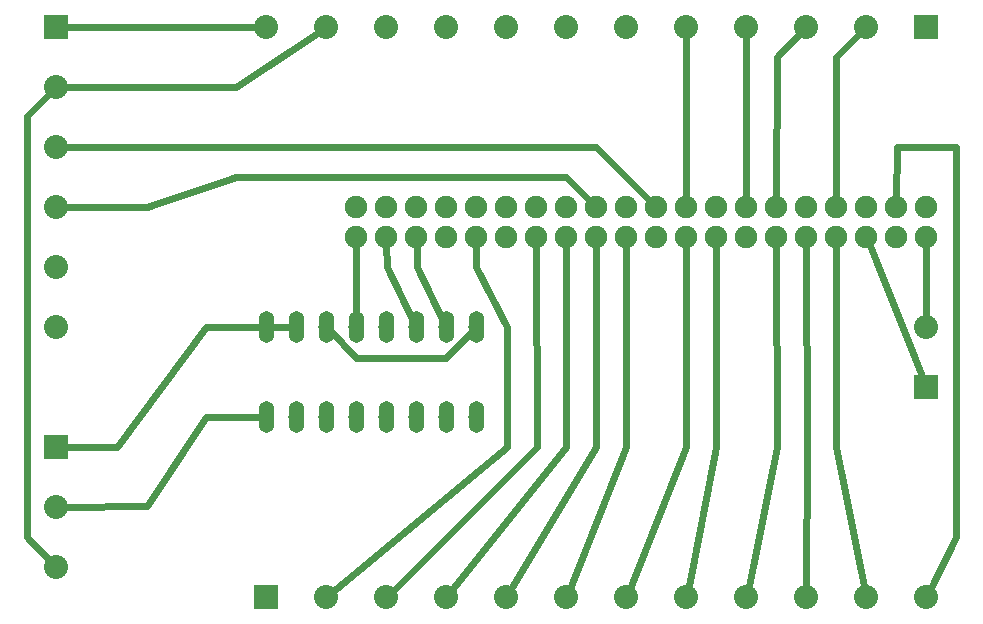
<source format=gtl>
G04 MADE WITH FRITZING*
G04 WWW.FRITZING.ORG*
G04 DOUBLE SIDED*
G04 HOLES PLATED*
G04 CONTOUR ON CENTER OF CONTOUR VECTOR*
%ASAXBY*%
%FSLAX23Y23*%
%MOIN*%
%OFA0B0*%
%SFA1.0B1.0*%
%ADD10C,0.075361*%
%ADD11C,0.080000*%
%ADD12C,0.052000*%
%ADD13R,0.079986X0.080000*%
%ADD14R,0.080000X0.080000*%
%ADD15C,0.024000*%
%ADD16R,0.001000X0.001000*%
%LNCOPPER1*%
G90*
G70*
G54D10*
X3132Y1450D03*
X3032Y1450D03*
X2932Y1450D03*
X2832Y1450D03*
X2732Y1450D03*
X2632Y1450D03*
X2532Y1450D03*
X2432Y1450D03*
X2332Y1450D03*
X2232Y1450D03*
X2132Y1450D03*
X2032Y1450D03*
X1932Y1450D03*
X1832Y1450D03*
X1732Y1450D03*
X1632Y1450D03*
X1532Y1450D03*
X1432Y1450D03*
X1332Y1450D03*
X1232Y1450D03*
X1232Y1350D03*
X1332Y1350D03*
X1432Y1350D03*
X1532Y1350D03*
X1632Y1350D03*
X1732Y1350D03*
X1832Y1350D03*
X1932Y1350D03*
X2032Y1350D03*
X2132Y1350D03*
X2232Y1350D03*
X2332Y1350D03*
X2432Y1350D03*
X2532Y1350D03*
X2632Y1350D03*
X2732Y1350D03*
X2832Y1350D03*
X2932Y1350D03*
X3032Y1350D03*
X3132Y1350D03*
G54D11*
X3132Y850D03*
X3132Y1050D03*
X232Y2050D03*
X232Y1850D03*
X232Y1650D03*
X232Y1450D03*
X232Y1250D03*
X232Y1050D03*
X232Y450D03*
X232Y250D03*
X232Y650D03*
G54D12*
X932Y750D03*
X1032Y750D03*
X1132Y750D03*
X1232Y750D03*
X1332Y750D03*
X1432Y750D03*
X1532Y750D03*
X1632Y750D03*
X1632Y1050D03*
X1532Y1050D03*
X1432Y1050D03*
X1332Y1050D03*
X1232Y1050D03*
X1132Y1050D03*
X1032Y1050D03*
X932Y1050D03*
X932Y750D03*
X1032Y750D03*
X1132Y750D03*
X1232Y750D03*
X1332Y750D03*
X1432Y750D03*
X1532Y750D03*
X1632Y750D03*
X1632Y1050D03*
X1532Y1050D03*
X1432Y1050D03*
X1332Y1050D03*
X1232Y1050D03*
X1132Y1050D03*
X1032Y1050D03*
X932Y1050D03*
G54D11*
X2932Y2050D03*
X2732Y2050D03*
X2532Y2050D03*
X2332Y2050D03*
X2132Y2050D03*
X1932Y2050D03*
X1732Y2050D03*
X1532Y2050D03*
X1332Y2050D03*
X1132Y2050D03*
X932Y2050D03*
X3132Y2050D03*
X1132Y150D03*
X1332Y150D03*
X1532Y150D03*
X1732Y150D03*
X1932Y150D03*
X2132Y150D03*
X2332Y150D03*
X2532Y150D03*
X2732Y150D03*
X2932Y150D03*
X3132Y150D03*
X932Y150D03*
G54D13*
X3132Y850D03*
G54D14*
X232Y2050D03*
X232Y650D03*
X3132Y2050D03*
X932Y150D03*
G54D15*
X3132Y1070D02*
X3132Y1330D01*
D02*
X3125Y869D02*
X2940Y1331D01*
D02*
X832Y1652D02*
X2031Y1652D01*
D02*
X252Y1650D02*
X832Y1652D01*
D02*
X2031Y1652D02*
X2218Y1465D01*
D02*
X252Y2050D02*
X912Y2050D01*
D02*
X832Y1849D02*
X252Y1850D01*
D02*
X1116Y2039D02*
X832Y1849D01*
D02*
X2532Y1471D02*
X2532Y1652D01*
D02*
X2532Y1652D02*
X2532Y2030D01*
D02*
X534Y1449D02*
X832Y1550D01*
D02*
X832Y1550D02*
X1930Y1550D01*
D02*
X252Y1450D02*
X534Y1449D01*
D02*
X1930Y1550D02*
X2018Y1464D01*
D02*
X2718Y2036D02*
X2633Y1950D01*
D02*
X2633Y1950D02*
X2632Y1471D01*
D02*
X2830Y1950D02*
X2832Y1471D01*
D02*
X2918Y2036D02*
X2830Y1950D01*
D02*
X731Y1050D02*
X433Y650D01*
D02*
X433Y650D02*
X252Y650D01*
D02*
X916Y1050D02*
X731Y1050D01*
D02*
X534Y453D02*
X731Y751D01*
D02*
X731Y751D02*
X916Y750D01*
D02*
X252Y450D02*
X534Y453D01*
D02*
X948Y1050D02*
X1016Y1050D01*
D02*
X1232Y1330D02*
X1232Y1066D01*
D02*
X1332Y1330D02*
X1333Y1252D01*
D02*
X1333Y1252D02*
X1425Y1065D01*
D02*
X1530Y948D02*
X1621Y1039D01*
D02*
X1232Y948D02*
X1530Y948D01*
D02*
X1143Y1039D02*
X1232Y948D01*
D02*
X1434Y1252D02*
X1525Y1065D01*
D02*
X1433Y1330D02*
X1434Y1252D01*
D02*
X2332Y2030D02*
X2332Y1471D01*
D02*
X1148Y163D02*
X1733Y650D01*
D02*
X1631Y1252D02*
X1632Y1330D01*
D02*
X1733Y650D02*
X1733Y1050D01*
D02*
X1733Y1050D02*
X1631Y1252D01*
D02*
X1834Y650D02*
X1346Y164D01*
D02*
X1832Y1330D02*
X1834Y650D01*
D02*
X1930Y650D02*
X1545Y166D01*
D02*
X1932Y1330D02*
X1930Y650D01*
D02*
X2032Y1330D02*
X2031Y650D01*
D02*
X2031Y650D02*
X1742Y167D01*
D02*
X2132Y650D02*
X1940Y169D01*
D02*
X2132Y1330D02*
X2132Y650D01*
D02*
X2329Y650D02*
X2332Y1330D01*
D02*
X2139Y169D02*
X2329Y650D01*
D02*
X2431Y650D02*
X2432Y1330D01*
D02*
X2336Y170D02*
X2431Y650D01*
D02*
X2633Y650D02*
X2632Y1330D01*
D02*
X2536Y170D02*
X2633Y650D01*
D02*
X2732Y1330D02*
X2735Y650D01*
D02*
X2735Y650D02*
X2732Y170D01*
D02*
X2830Y650D02*
X2928Y170D01*
D02*
X2832Y1330D02*
X2830Y650D01*
D02*
X3230Y1652D02*
X3230Y352D01*
D02*
X3230Y352D02*
X3141Y168D01*
D02*
X3033Y1652D02*
X3230Y1652D01*
D02*
X3032Y1471D02*
X3033Y1652D01*
D02*
X134Y352D02*
X134Y1753D01*
D02*
X134Y1753D02*
X218Y1836D01*
D02*
X218Y265D02*
X134Y352D01*
G54D16*
X927Y1102D02*
X938Y1102D01*
X1027Y1102D02*
X1038Y1102D01*
X1127Y1102D02*
X1138Y1102D01*
X1227Y1102D02*
X1238Y1102D01*
X1327Y1102D02*
X1338Y1102D01*
X1427Y1102D02*
X1438Y1102D01*
X1527Y1102D02*
X1538Y1102D01*
X1627Y1102D02*
X1638Y1102D01*
X924Y1101D02*
X941Y1101D01*
X1024Y1101D02*
X1041Y1101D01*
X1124Y1101D02*
X1141Y1101D01*
X1224Y1101D02*
X1241Y1101D01*
X1324Y1101D02*
X1341Y1101D01*
X1424Y1101D02*
X1441Y1101D01*
X1524Y1101D02*
X1541Y1101D01*
X1624Y1101D02*
X1641Y1101D01*
X922Y1100D02*
X943Y1100D01*
X1022Y1100D02*
X1043Y1100D01*
X1122Y1100D02*
X1143Y1100D01*
X1222Y1100D02*
X1243Y1100D01*
X1322Y1100D02*
X1343Y1100D01*
X1422Y1100D02*
X1443Y1100D01*
X1522Y1100D02*
X1543Y1100D01*
X1622Y1100D02*
X1643Y1100D01*
X920Y1099D02*
X945Y1099D01*
X1020Y1099D02*
X1045Y1099D01*
X1120Y1099D02*
X1145Y1099D01*
X1220Y1099D02*
X1245Y1099D01*
X1320Y1099D02*
X1345Y1099D01*
X1420Y1099D02*
X1445Y1099D01*
X1520Y1099D02*
X1545Y1099D01*
X1620Y1099D02*
X1645Y1099D01*
X918Y1098D02*
X947Y1098D01*
X1018Y1098D02*
X1047Y1098D01*
X1118Y1098D02*
X1147Y1098D01*
X1218Y1098D02*
X1247Y1098D01*
X1318Y1098D02*
X1347Y1098D01*
X1418Y1098D02*
X1447Y1098D01*
X1518Y1098D02*
X1547Y1098D01*
X1618Y1098D02*
X1647Y1098D01*
X917Y1097D02*
X948Y1097D01*
X1017Y1097D02*
X1048Y1097D01*
X1117Y1097D02*
X1148Y1097D01*
X1217Y1097D02*
X1248Y1097D01*
X1317Y1097D02*
X1348Y1097D01*
X1417Y1097D02*
X1448Y1097D01*
X1517Y1097D02*
X1548Y1097D01*
X1617Y1097D02*
X1648Y1097D01*
X916Y1096D02*
X949Y1096D01*
X1016Y1096D02*
X1049Y1096D01*
X1116Y1096D02*
X1149Y1096D01*
X1216Y1096D02*
X1249Y1096D01*
X1316Y1096D02*
X1349Y1096D01*
X1416Y1096D02*
X1449Y1096D01*
X1516Y1096D02*
X1549Y1096D01*
X1616Y1096D02*
X1649Y1096D01*
X915Y1095D02*
X950Y1095D01*
X1015Y1095D02*
X1050Y1095D01*
X1115Y1095D02*
X1150Y1095D01*
X1215Y1095D02*
X1250Y1095D01*
X1315Y1095D02*
X1350Y1095D01*
X1415Y1095D02*
X1450Y1095D01*
X1515Y1095D02*
X1550Y1095D01*
X1615Y1095D02*
X1650Y1095D01*
X914Y1094D02*
X951Y1094D01*
X1014Y1094D02*
X1051Y1094D01*
X1114Y1094D02*
X1151Y1094D01*
X1214Y1094D02*
X1251Y1094D01*
X1314Y1094D02*
X1351Y1094D01*
X1414Y1094D02*
X1451Y1094D01*
X1514Y1094D02*
X1551Y1094D01*
X1614Y1094D02*
X1651Y1094D01*
X913Y1093D02*
X952Y1093D01*
X1013Y1093D02*
X1052Y1093D01*
X1113Y1093D02*
X1152Y1093D01*
X1213Y1093D02*
X1252Y1093D01*
X1313Y1093D02*
X1352Y1093D01*
X1413Y1093D02*
X1452Y1093D01*
X1513Y1093D02*
X1552Y1093D01*
X1613Y1093D02*
X1652Y1093D01*
X912Y1092D02*
X953Y1092D01*
X1012Y1092D02*
X1053Y1092D01*
X1112Y1092D02*
X1153Y1092D01*
X1212Y1092D02*
X1253Y1092D01*
X1312Y1092D02*
X1353Y1092D01*
X1412Y1092D02*
X1453Y1092D01*
X1512Y1092D02*
X1553Y1092D01*
X1612Y1092D02*
X1653Y1092D01*
X911Y1091D02*
X954Y1091D01*
X1011Y1091D02*
X1054Y1091D01*
X1111Y1091D02*
X1154Y1091D01*
X1211Y1091D02*
X1254Y1091D01*
X1311Y1091D02*
X1354Y1091D01*
X1411Y1091D02*
X1454Y1091D01*
X1511Y1091D02*
X1554Y1091D01*
X1611Y1091D02*
X1654Y1091D01*
X911Y1090D02*
X954Y1090D01*
X1011Y1090D02*
X1054Y1090D01*
X1111Y1090D02*
X1154Y1090D01*
X1211Y1090D02*
X1254Y1090D01*
X1311Y1090D02*
X1354Y1090D01*
X1411Y1090D02*
X1454Y1090D01*
X1511Y1090D02*
X1554Y1090D01*
X1611Y1090D02*
X1654Y1090D01*
X910Y1089D02*
X955Y1089D01*
X1010Y1089D02*
X1055Y1089D01*
X1110Y1089D02*
X1155Y1089D01*
X1210Y1089D02*
X1255Y1089D01*
X1310Y1089D02*
X1355Y1089D01*
X1410Y1089D02*
X1455Y1089D01*
X1510Y1089D02*
X1555Y1089D01*
X1610Y1089D02*
X1655Y1089D01*
X910Y1088D02*
X955Y1088D01*
X1010Y1088D02*
X1055Y1088D01*
X1110Y1088D02*
X1155Y1088D01*
X1210Y1088D02*
X1255Y1088D01*
X1310Y1088D02*
X1355Y1088D01*
X1410Y1088D02*
X1455Y1088D01*
X1510Y1088D02*
X1555Y1088D01*
X1610Y1088D02*
X1655Y1088D01*
X909Y1087D02*
X956Y1087D01*
X1009Y1087D02*
X1056Y1087D01*
X1109Y1087D02*
X1156Y1087D01*
X1209Y1087D02*
X1256Y1087D01*
X1309Y1087D02*
X1356Y1087D01*
X1409Y1087D02*
X1456Y1087D01*
X1509Y1087D02*
X1556Y1087D01*
X1609Y1087D02*
X1656Y1087D01*
X909Y1086D02*
X956Y1086D01*
X1009Y1086D02*
X1056Y1086D01*
X1109Y1086D02*
X1156Y1086D01*
X1209Y1086D02*
X1256Y1086D01*
X1309Y1086D02*
X1356Y1086D01*
X1409Y1086D02*
X1456Y1086D01*
X1509Y1086D02*
X1556Y1086D01*
X1609Y1086D02*
X1656Y1086D01*
X908Y1085D02*
X957Y1085D01*
X1008Y1085D02*
X1057Y1085D01*
X1108Y1085D02*
X1157Y1085D01*
X1208Y1085D02*
X1257Y1085D01*
X1308Y1085D02*
X1357Y1085D01*
X1408Y1085D02*
X1457Y1085D01*
X1508Y1085D02*
X1557Y1085D01*
X1608Y1085D02*
X1657Y1085D01*
X908Y1084D02*
X957Y1084D01*
X1008Y1084D02*
X1057Y1084D01*
X1108Y1084D02*
X1157Y1084D01*
X1208Y1084D02*
X1257Y1084D01*
X1308Y1084D02*
X1357Y1084D01*
X1408Y1084D02*
X1457Y1084D01*
X1508Y1084D02*
X1557Y1084D01*
X1608Y1084D02*
X1657Y1084D01*
X908Y1083D02*
X957Y1083D01*
X1008Y1083D02*
X1057Y1083D01*
X1108Y1083D02*
X1157Y1083D01*
X1208Y1083D02*
X1257Y1083D01*
X1308Y1083D02*
X1357Y1083D01*
X1408Y1083D02*
X1457Y1083D01*
X1508Y1083D02*
X1557Y1083D01*
X1608Y1083D02*
X1657Y1083D01*
X908Y1082D02*
X957Y1082D01*
X1008Y1082D02*
X1057Y1082D01*
X1108Y1082D02*
X1157Y1082D01*
X1208Y1082D02*
X1257Y1082D01*
X1308Y1082D02*
X1357Y1082D01*
X1408Y1082D02*
X1457Y1082D01*
X1508Y1082D02*
X1557Y1082D01*
X1608Y1082D02*
X1657Y1082D01*
X907Y1081D02*
X958Y1081D01*
X1007Y1081D02*
X1058Y1081D01*
X1107Y1081D02*
X1158Y1081D01*
X1207Y1081D02*
X1258Y1081D01*
X1307Y1081D02*
X1358Y1081D01*
X1407Y1081D02*
X1458Y1081D01*
X1507Y1081D02*
X1558Y1081D01*
X1607Y1081D02*
X1658Y1081D01*
X907Y1080D02*
X958Y1080D01*
X1007Y1080D02*
X1058Y1080D01*
X1107Y1080D02*
X1158Y1080D01*
X1207Y1080D02*
X1258Y1080D01*
X1307Y1080D02*
X1358Y1080D01*
X1407Y1080D02*
X1458Y1080D01*
X1507Y1080D02*
X1558Y1080D01*
X1607Y1080D02*
X1658Y1080D01*
X907Y1079D02*
X958Y1079D01*
X1007Y1079D02*
X1058Y1079D01*
X1107Y1079D02*
X1158Y1079D01*
X1207Y1079D02*
X1258Y1079D01*
X1307Y1079D02*
X1358Y1079D01*
X1407Y1079D02*
X1458Y1079D01*
X1507Y1079D02*
X1558Y1079D01*
X1607Y1079D02*
X1658Y1079D01*
X907Y1078D02*
X958Y1078D01*
X1007Y1078D02*
X1058Y1078D01*
X1107Y1078D02*
X1158Y1078D01*
X1207Y1078D02*
X1258Y1078D01*
X1307Y1078D02*
X1358Y1078D01*
X1407Y1078D02*
X1458Y1078D01*
X1507Y1078D02*
X1558Y1078D01*
X1607Y1078D02*
X1658Y1078D01*
X907Y1077D02*
X958Y1077D01*
X1007Y1077D02*
X1058Y1077D01*
X1107Y1077D02*
X1158Y1077D01*
X1207Y1077D02*
X1258Y1077D01*
X1307Y1077D02*
X1358Y1077D01*
X1407Y1077D02*
X1458Y1077D01*
X1507Y1077D02*
X1558Y1077D01*
X1607Y1077D02*
X1658Y1077D01*
X907Y1076D02*
X958Y1076D01*
X1007Y1076D02*
X1058Y1076D01*
X1107Y1076D02*
X1158Y1076D01*
X1207Y1076D02*
X1258Y1076D01*
X1307Y1076D02*
X1358Y1076D01*
X1407Y1076D02*
X1458Y1076D01*
X1507Y1076D02*
X1558Y1076D01*
X1607Y1076D02*
X1658Y1076D01*
X907Y1075D02*
X958Y1075D01*
X1007Y1075D02*
X1058Y1075D01*
X1107Y1075D02*
X1158Y1075D01*
X1207Y1075D02*
X1258Y1075D01*
X1307Y1075D02*
X1358Y1075D01*
X1407Y1075D02*
X1458Y1075D01*
X1507Y1075D02*
X1558Y1075D01*
X1607Y1075D02*
X1658Y1075D01*
X907Y1074D02*
X958Y1074D01*
X1007Y1074D02*
X1058Y1074D01*
X1107Y1074D02*
X1158Y1074D01*
X1207Y1074D02*
X1258Y1074D01*
X1307Y1074D02*
X1358Y1074D01*
X1407Y1074D02*
X1458Y1074D01*
X1507Y1074D02*
X1558Y1074D01*
X1607Y1074D02*
X1658Y1074D01*
X907Y1073D02*
X958Y1073D01*
X1007Y1073D02*
X1058Y1073D01*
X1107Y1073D02*
X1158Y1073D01*
X1207Y1073D02*
X1258Y1073D01*
X1307Y1073D02*
X1358Y1073D01*
X1407Y1073D02*
X1458Y1073D01*
X1507Y1073D02*
X1558Y1073D01*
X1607Y1073D02*
X1658Y1073D01*
X907Y1072D02*
X958Y1072D01*
X1007Y1072D02*
X1058Y1072D01*
X1107Y1072D02*
X1158Y1072D01*
X1207Y1072D02*
X1258Y1072D01*
X1307Y1072D02*
X1358Y1072D01*
X1407Y1072D02*
X1458Y1072D01*
X1507Y1072D02*
X1558Y1072D01*
X1607Y1072D02*
X1658Y1072D01*
X907Y1071D02*
X958Y1071D01*
X1007Y1071D02*
X1058Y1071D01*
X1107Y1071D02*
X1158Y1071D01*
X1207Y1071D02*
X1258Y1071D01*
X1307Y1071D02*
X1358Y1071D01*
X1407Y1071D02*
X1458Y1071D01*
X1507Y1071D02*
X1558Y1071D01*
X1607Y1071D02*
X1658Y1071D01*
X907Y1070D02*
X958Y1070D01*
X1007Y1070D02*
X1058Y1070D01*
X1107Y1070D02*
X1158Y1070D01*
X1207Y1070D02*
X1258Y1070D01*
X1307Y1070D02*
X1358Y1070D01*
X1407Y1070D02*
X1458Y1070D01*
X1507Y1070D02*
X1558Y1070D01*
X1607Y1070D02*
X1658Y1070D01*
X907Y1069D02*
X958Y1069D01*
X1007Y1069D02*
X1058Y1069D01*
X1107Y1069D02*
X1158Y1069D01*
X1207Y1069D02*
X1258Y1069D01*
X1307Y1069D02*
X1358Y1069D01*
X1407Y1069D02*
X1458Y1069D01*
X1507Y1069D02*
X1558Y1069D01*
X1607Y1069D02*
X1658Y1069D01*
X907Y1068D02*
X958Y1068D01*
X1007Y1068D02*
X1058Y1068D01*
X1107Y1068D02*
X1158Y1068D01*
X1207Y1068D02*
X1258Y1068D01*
X1307Y1068D02*
X1358Y1068D01*
X1407Y1068D02*
X1458Y1068D01*
X1507Y1068D02*
X1558Y1068D01*
X1607Y1068D02*
X1658Y1068D01*
X907Y1067D02*
X958Y1067D01*
X1007Y1067D02*
X1058Y1067D01*
X1107Y1067D02*
X1158Y1067D01*
X1207Y1067D02*
X1258Y1067D01*
X1307Y1067D02*
X1358Y1067D01*
X1407Y1067D02*
X1458Y1067D01*
X1507Y1067D02*
X1558Y1067D01*
X1607Y1067D02*
X1658Y1067D01*
X907Y1066D02*
X928Y1066D01*
X937Y1066D02*
X958Y1066D01*
X1007Y1066D02*
X1028Y1066D01*
X1037Y1066D02*
X1058Y1066D01*
X1107Y1066D02*
X1128Y1066D01*
X1137Y1066D02*
X1158Y1066D01*
X1207Y1066D02*
X1228Y1066D01*
X1237Y1066D02*
X1258Y1066D01*
X1307Y1066D02*
X1328Y1066D01*
X1337Y1066D02*
X1358Y1066D01*
X1407Y1066D02*
X1428Y1066D01*
X1437Y1066D02*
X1458Y1066D01*
X1507Y1066D02*
X1528Y1066D01*
X1537Y1066D02*
X1558Y1066D01*
X1607Y1066D02*
X1628Y1066D01*
X1637Y1066D02*
X1658Y1066D01*
X907Y1065D02*
X925Y1065D01*
X940Y1065D02*
X958Y1065D01*
X1007Y1065D02*
X1025Y1065D01*
X1040Y1065D02*
X1058Y1065D01*
X1107Y1065D02*
X1125Y1065D01*
X1140Y1065D02*
X1158Y1065D01*
X1207Y1065D02*
X1225Y1065D01*
X1240Y1065D02*
X1258Y1065D01*
X1307Y1065D02*
X1325Y1065D01*
X1340Y1065D02*
X1358Y1065D01*
X1407Y1065D02*
X1425Y1065D01*
X1440Y1065D02*
X1458Y1065D01*
X1507Y1065D02*
X1525Y1065D01*
X1540Y1065D02*
X1558Y1065D01*
X1607Y1065D02*
X1625Y1065D01*
X1640Y1065D02*
X1658Y1065D01*
X907Y1064D02*
X923Y1064D01*
X942Y1064D02*
X958Y1064D01*
X1007Y1064D02*
X1023Y1064D01*
X1042Y1064D02*
X1058Y1064D01*
X1107Y1064D02*
X1123Y1064D01*
X1142Y1064D02*
X1158Y1064D01*
X1207Y1064D02*
X1223Y1064D01*
X1242Y1064D02*
X1258Y1064D01*
X1307Y1064D02*
X1323Y1064D01*
X1342Y1064D02*
X1358Y1064D01*
X1407Y1064D02*
X1423Y1064D01*
X1442Y1064D02*
X1458Y1064D01*
X1507Y1064D02*
X1523Y1064D01*
X1542Y1064D02*
X1558Y1064D01*
X1607Y1064D02*
X1623Y1064D01*
X1642Y1064D02*
X1658Y1064D01*
X907Y1063D02*
X922Y1063D01*
X943Y1063D02*
X958Y1063D01*
X1007Y1063D02*
X1022Y1063D01*
X1043Y1063D02*
X1058Y1063D01*
X1107Y1063D02*
X1122Y1063D01*
X1143Y1063D02*
X1158Y1063D01*
X1207Y1063D02*
X1222Y1063D01*
X1243Y1063D02*
X1258Y1063D01*
X1307Y1063D02*
X1322Y1063D01*
X1343Y1063D02*
X1358Y1063D01*
X1407Y1063D02*
X1422Y1063D01*
X1443Y1063D02*
X1458Y1063D01*
X1507Y1063D02*
X1522Y1063D01*
X1543Y1063D02*
X1558Y1063D01*
X1607Y1063D02*
X1622Y1063D01*
X1643Y1063D02*
X1658Y1063D01*
X907Y1062D02*
X921Y1062D01*
X944Y1062D02*
X958Y1062D01*
X1007Y1062D02*
X1021Y1062D01*
X1044Y1062D02*
X1058Y1062D01*
X1107Y1062D02*
X1121Y1062D01*
X1144Y1062D02*
X1158Y1062D01*
X1207Y1062D02*
X1221Y1062D01*
X1244Y1062D02*
X1258Y1062D01*
X1307Y1062D02*
X1321Y1062D01*
X1344Y1062D02*
X1358Y1062D01*
X1407Y1062D02*
X1421Y1062D01*
X1444Y1062D02*
X1458Y1062D01*
X1507Y1062D02*
X1521Y1062D01*
X1544Y1062D02*
X1558Y1062D01*
X1607Y1062D02*
X1621Y1062D01*
X1644Y1062D02*
X1658Y1062D01*
X907Y1061D02*
X920Y1061D01*
X945Y1061D02*
X958Y1061D01*
X1007Y1061D02*
X1020Y1061D01*
X1045Y1061D02*
X1058Y1061D01*
X1107Y1061D02*
X1120Y1061D01*
X1145Y1061D02*
X1158Y1061D01*
X1207Y1061D02*
X1220Y1061D01*
X1245Y1061D02*
X1258Y1061D01*
X1307Y1061D02*
X1320Y1061D01*
X1345Y1061D02*
X1358Y1061D01*
X1407Y1061D02*
X1420Y1061D01*
X1445Y1061D02*
X1458Y1061D01*
X1507Y1061D02*
X1520Y1061D01*
X1545Y1061D02*
X1558Y1061D01*
X1607Y1061D02*
X1620Y1061D01*
X1645Y1061D02*
X1658Y1061D01*
X907Y1060D02*
X919Y1060D01*
X946Y1060D02*
X958Y1060D01*
X1007Y1060D02*
X1019Y1060D01*
X1046Y1060D02*
X1058Y1060D01*
X1107Y1060D02*
X1119Y1060D01*
X1146Y1060D02*
X1158Y1060D01*
X1207Y1060D02*
X1219Y1060D01*
X1246Y1060D02*
X1258Y1060D01*
X1307Y1060D02*
X1319Y1060D01*
X1346Y1060D02*
X1358Y1060D01*
X1407Y1060D02*
X1419Y1060D01*
X1446Y1060D02*
X1458Y1060D01*
X1507Y1060D02*
X1519Y1060D01*
X1546Y1060D02*
X1558Y1060D01*
X1607Y1060D02*
X1619Y1060D01*
X1646Y1060D02*
X1658Y1060D01*
X907Y1059D02*
X918Y1059D01*
X947Y1059D02*
X958Y1059D01*
X1007Y1059D02*
X1018Y1059D01*
X1047Y1059D02*
X1058Y1059D01*
X1107Y1059D02*
X1118Y1059D01*
X1147Y1059D02*
X1158Y1059D01*
X1207Y1059D02*
X1218Y1059D01*
X1247Y1059D02*
X1258Y1059D01*
X1307Y1059D02*
X1318Y1059D01*
X1347Y1059D02*
X1358Y1059D01*
X1407Y1059D02*
X1418Y1059D01*
X1447Y1059D02*
X1458Y1059D01*
X1507Y1059D02*
X1518Y1059D01*
X1547Y1059D02*
X1558Y1059D01*
X1607Y1059D02*
X1618Y1059D01*
X1647Y1059D02*
X1658Y1059D01*
X907Y1058D02*
X918Y1058D01*
X947Y1058D02*
X958Y1058D01*
X1007Y1058D02*
X1018Y1058D01*
X1047Y1058D02*
X1058Y1058D01*
X1107Y1058D02*
X1118Y1058D01*
X1147Y1058D02*
X1158Y1058D01*
X1207Y1058D02*
X1218Y1058D01*
X1247Y1058D02*
X1258Y1058D01*
X1307Y1058D02*
X1318Y1058D01*
X1347Y1058D02*
X1358Y1058D01*
X1407Y1058D02*
X1418Y1058D01*
X1447Y1058D02*
X1458Y1058D01*
X1507Y1058D02*
X1518Y1058D01*
X1547Y1058D02*
X1558Y1058D01*
X1607Y1058D02*
X1618Y1058D01*
X1647Y1058D02*
X1658Y1058D01*
X907Y1057D02*
X917Y1057D01*
X948Y1057D02*
X958Y1057D01*
X1007Y1057D02*
X1017Y1057D01*
X1048Y1057D02*
X1058Y1057D01*
X1107Y1057D02*
X1117Y1057D01*
X1148Y1057D02*
X1158Y1057D01*
X1207Y1057D02*
X1217Y1057D01*
X1248Y1057D02*
X1258Y1057D01*
X1307Y1057D02*
X1317Y1057D01*
X1348Y1057D02*
X1358Y1057D01*
X1407Y1057D02*
X1417Y1057D01*
X1448Y1057D02*
X1458Y1057D01*
X1507Y1057D02*
X1517Y1057D01*
X1548Y1057D02*
X1558Y1057D01*
X1607Y1057D02*
X1617Y1057D01*
X1648Y1057D02*
X1658Y1057D01*
X907Y1056D02*
X917Y1056D01*
X948Y1056D02*
X958Y1056D01*
X1007Y1056D02*
X1017Y1056D01*
X1048Y1056D02*
X1058Y1056D01*
X1107Y1056D02*
X1117Y1056D01*
X1148Y1056D02*
X1158Y1056D01*
X1207Y1056D02*
X1217Y1056D01*
X1248Y1056D02*
X1258Y1056D01*
X1307Y1056D02*
X1317Y1056D01*
X1348Y1056D02*
X1358Y1056D01*
X1407Y1056D02*
X1417Y1056D01*
X1448Y1056D02*
X1458Y1056D01*
X1507Y1056D02*
X1517Y1056D01*
X1548Y1056D02*
X1558Y1056D01*
X1607Y1056D02*
X1617Y1056D01*
X1648Y1056D02*
X1658Y1056D01*
X907Y1055D02*
X917Y1055D01*
X948Y1055D02*
X958Y1055D01*
X1007Y1055D02*
X1017Y1055D01*
X1048Y1055D02*
X1058Y1055D01*
X1107Y1055D02*
X1117Y1055D01*
X1148Y1055D02*
X1158Y1055D01*
X1207Y1055D02*
X1217Y1055D01*
X1248Y1055D02*
X1258Y1055D01*
X1307Y1055D02*
X1317Y1055D01*
X1348Y1055D02*
X1358Y1055D01*
X1407Y1055D02*
X1417Y1055D01*
X1448Y1055D02*
X1458Y1055D01*
X1507Y1055D02*
X1517Y1055D01*
X1548Y1055D02*
X1558Y1055D01*
X1607Y1055D02*
X1617Y1055D01*
X1648Y1055D02*
X1658Y1055D01*
X907Y1054D02*
X916Y1054D01*
X949Y1054D02*
X958Y1054D01*
X1007Y1054D02*
X1016Y1054D01*
X1049Y1054D02*
X1058Y1054D01*
X1107Y1054D02*
X1116Y1054D01*
X1149Y1054D02*
X1158Y1054D01*
X1207Y1054D02*
X1216Y1054D01*
X1249Y1054D02*
X1258Y1054D01*
X1307Y1054D02*
X1316Y1054D01*
X1349Y1054D02*
X1358Y1054D01*
X1407Y1054D02*
X1416Y1054D01*
X1449Y1054D02*
X1458Y1054D01*
X1507Y1054D02*
X1516Y1054D01*
X1549Y1054D02*
X1558Y1054D01*
X1607Y1054D02*
X1616Y1054D01*
X1649Y1054D02*
X1658Y1054D01*
X907Y1053D02*
X916Y1053D01*
X949Y1053D02*
X958Y1053D01*
X1007Y1053D02*
X1016Y1053D01*
X1049Y1053D02*
X1058Y1053D01*
X1107Y1053D02*
X1116Y1053D01*
X1149Y1053D02*
X1158Y1053D01*
X1207Y1053D02*
X1216Y1053D01*
X1249Y1053D02*
X1258Y1053D01*
X1307Y1053D02*
X1316Y1053D01*
X1349Y1053D02*
X1358Y1053D01*
X1407Y1053D02*
X1416Y1053D01*
X1449Y1053D02*
X1458Y1053D01*
X1507Y1053D02*
X1516Y1053D01*
X1549Y1053D02*
X1558Y1053D01*
X1607Y1053D02*
X1616Y1053D01*
X1649Y1053D02*
X1658Y1053D01*
X907Y1052D02*
X916Y1052D01*
X949Y1052D02*
X958Y1052D01*
X1007Y1052D02*
X1016Y1052D01*
X1049Y1052D02*
X1058Y1052D01*
X1107Y1052D02*
X1116Y1052D01*
X1149Y1052D02*
X1158Y1052D01*
X1207Y1052D02*
X1216Y1052D01*
X1249Y1052D02*
X1258Y1052D01*
X1307Y1052D02*
X1316Y1052D01*
X1349Y1052D02*
X1358Y1052D01*
X1407Y1052D02*
X1416Y1052D01*
X1449Y1052D02*
X1458Y1052D01*
X1507Y1052D02*
X1516Y1052D01*
X1549Y1052D02*
X1558Y1052D01*
X1607Y1052D02*
X1616Y1052D01*
X1649Y1052D02*
X1658Y1052D01*
X907Y1051D02*
X916Y1051D01*
X949Y1051D02*
X958Y1051D01*
X1007Y1051D02*
X1016Y1051D01*
X1049Y1051D02*
X1058Y1051D01*
X1107Y1051D02*
X1116Y1051D01*
X1149Y1051D02*
X1158Y1051D01*
X1207Y1051D02*
X1216Y1051D01*
X1249Y1051D02*
X1258Y1051D01*
X1307Y1051D02*
X1316Y1051D01*
X1349Y1051D02*
X1358Y1051D01*
X1407Y1051D02*
X1416Y1051D01*
X1449Y1051D02*
X1458Y1051D01*
X1507Y1051D02*
X1516Y1051D01*
X1549Y1051D02*
X1558Y1051D01*
X1607Y1051D02*
X1616Y1051D01*
X1649Y1051D02*
X1658Y1051D01*
X907Y1050D02*
X916Y1050D01*
X949Y1050D02*
X958Y1050D01*
X1007Y1050D02*
X1016Y1050D01*
X1049Y1050D02*
X1058Y1050D01*
X1107Y1050D02*
X1116Y1050D01*
X1149Y1050D02*
X1158Y1050D01*
X1207Y1050D02*
X1216Y1050D01*
X1249Y1050D02*
X1258Y1050D01*
X1307Y1050D02*
X1316Y1050D01*
X1349Y1050D02*
X1358Y1050D01*
X1407Y1050D02*
X1416Y1050D01*
X1449Y1050D02*
X1458Y1050D01*
X1507Y1050D02*
X1516Y1050D01*
X1549Y1050D02*
X1558Y1050D01*
X1607Y1050D02*
X1616Y1050D01*
X1649Y1050D02*
X1658Y1050D01*
X907Y1049D02*
X916Y1049D01*
X949Y1049D02*
X958Y1049D01*
X1007Y1049D02*
X1016Y1049D01*
X1049Y1049D02*
X1058Y1049D01*
X1107Y1049D02*
X1116Y1049D01*
X1149Y1049D02*
X1158Y1049D01*
X1207Y1049D02*
X1216Y1049D01*
X1249Y1049D02*
X1258Y1049D01*
X1307Y1049D02*
X1316Y1049D01*
X1349Y1049D02*
X1358Y1049D01*
X1407Y1049D02*
X1416Y1049D01*
X1449Y1049D02*
X1458Y1049D01*
X1507Y1049D02*
X1516Y1049D01*
X1549Y1049D02*
X1558Y1049D01*
X1607Y1049D02*
X1616Y1049D01*
X1649Y1049D02*
X1658Y1049D01*
X907Y1048D02*
X916Y1048D01*
X949Y1048D02*
X958Y1048D01*
X1007Y1048D02*
X1016Y1048D01*
X1049Y1048D02*
X1058Y1048D01*
X1107Y1048D02*
X1116Y1048D01*
X1149Y1048D02*
X1158Y1048D01*
X1207Y1048D02*
X1216Y1048D01*
X1249Y1048D02*
X1258Y1048D01*
X1307Y1048D02*
X1316Y1048D01*
X1349Y1048D02*
X1358Y1048D01*
X1407Y1048D02*
X1416Y1048D01*
X1449Y1048D02*
X1458Y1048D01*
X1507Y1048D02*
X1516Y1048D01*
X1549Y1048D02*
X1558Y1048D01*
X1607Y1048D02*
X1616Y1048D01*
X1649Y1048D02*
X1658Y1048D01*
X907Y1047D02*
X917Y1047D01*
X949Y1047D02*
X958Y1047D01*
X1007Y1047D02*
X1017Y1047D01*
X1049Y1047D02*
X1058Y1047D01*
X1107Y1047D02*
X1116Y1047D01*
X1149Y1047D02*
X1158Y1047D01*
X1207Y1047D02*
X1216Y1047D01*
X1249Y1047D02*
X1258Y1047D01*
X1307Y1047D02*
X1316Y1047D01*
X1349Y1047D02*
X1358Y1047D01*
X1407Y1047D02*
X1416Y1047D01*
X1449Y1047D02*
X1458Y1047D01*
X1507Y1047D02*
X1516Y1047D01*
X1549Y1047D02*
X1558Y1047D01*
X1607Y1047D02*
X1616Y1047D01*
X1649Y1047D02*
X1658Y1047D01*
X907Y1046D02*
X917Y1046D01*
X948Y1046D02*
X958Y1046D01*
X1007Y1046D02*
X1017Y1046D01*
X1048Y1046D02*
X1058Y1046D01*
X1107Y1046D02*
X1117Y1046D01*
X1148Y1046D02*
X1158Y1046D01*
X1207Y1046D02*
X1217Y1046D01*
X1248Y1046D02*
X1258Y1046D01*
X1307Y1046D02*
X1317Y1046D01*
X1348Y1046D02*
X1358Y1046D01*
X1407Y1046D02*
X1417Y1046D01*
X1448Y1046D02*
X1458Y1046D01*
X1507Y1046D02*
X1517Y1046D01*
X1548Y1046D02*
X1558Y1046D01*
X1607Y1046D02*
X1617Y1046D01*
X1648Y1046D02*
X1658Y1046D01*
X907Y1045D02*
X917Y1045D01*
X948Y1045D02*
X958Y1045D01*
X1007Y1045D02*
X1017Y1045D01*
X1048Y1045D02*
X1058Y1045D01*
X1107Y1045D02*
X1117Y1045D01*
X1148Y1045D02*
X1158Y1045D01*
X1207Y1045D02*
X1217Y1045D01*
X1248Y1045D02*
X1258Y1045D01*
X1307Y1045D02*
X1317Y1045D01*
X1348Y1045D02*
X1358Y1045D01*
X1407Y1045D02*
X1417Y1045D01*
X1448Y1045D02*
X1458Y1045D01*
X1507Y1045D02*
X1517Y1045D01*
X1548Y1045D02*
X1558Y1045D01*
X1607Y1045D02*
X1617Y1045D01*
X1648Y1045D02*
X1658Y1045D01*
X907Y1044D02*
X918Y1044D01*
X948Y1044D02*
X958Y1044D01*
X1007Y1044D02*
X1018Y1044D01*
X1048Y1044D02*
X1058Y1044D01*
X1107Y1044D02*
X1118Y1044D01*
X1148Y1044D02*
X1158Y1044D01*
X1207Y1044D02*
X1218Y1044D01*
X1248Y1044D02*
X1258Y1044D01*
X1307Y1044D02*
X1318Y1044D01*
X1348Y1044D02*
X1358Y1044D01*
X1407Y1044D02*
X1417Y1044D01*
X1448Y1044D02*
X1458Y1044D01*
X1507Y1044D02*
X1517Y1044D01*
X1548Y1044D02*
X1558Y1044D01*
X1607Y1044D02*
X1617Y1044D01*
X1648Y1044D02*
X1658Y1044D01*
X907Y1043D02*
X918Y1043D01*
X947Y1043D02*
X958Y1043D01*
X1007Y1043D02*
X1018Y1043D01*
X1047Y1043D02*
X1058Y1043D01*
X1107Y1043D02*
X1118Y1043D01*
X1147Y1043D02*
X1158Y1043D01*
X1207Y1043D02*
X1218Y1043D01*
X1247Y1043D02*
X1258Y1043D01*
X1307Y1043D02*
X1318Y1043D01*
X1347Y1043D02*
X1358Y1043D01*
X1407Y1043D02*
X1418Y1043D01*
X1447Y1043D02*
X1458Y1043D01*
X1507Y1043D02*
X1518Y1043D01*
X1547Y1043D02*
X1558Y1043D01*
X1607Y1043D02*
X1618Y1043D01*
X1647Y1043D02*
X1658Y1043D01*
X907Y1042D02*
X919Y1042D01*
X946Y1042D02*
X958Y1042D01*
X1007Y1042D02*
X1019Y1042D01*
X1046Y1042D02*
X1058Y1042D01*
X1107Y1042D02*
X1119Y1042D01*
X1146Y1042D02*
X1158Y1042D01*
X1207Y1042D02*
X1219Y1042D01*
X1246Y1042D02*
X1258Y1042D01*
X1307Y1042D02*
X1319Y1042D01*
X1346Y1042D02*
X1358Y1042D01*
X1407Y1042D02*
X1419Y1042D01*
X1446Y1042D02*
X1458Y1042D01*
X1507Y1042D02*
X1519Y1042D01*
X1546Y1042D02*
X1558Y1042D01*
X1607Y1042D02*
X1619Y1042D01*
X1646Y1042D02*
X1658Y1042D01*
X907Y1041D02*
X919Y1041D01*
X946Y1041D02*
X958Y1041D01*
X1007Y1041D02*
X1019Y1041D01*
X1046Y1041D02*
X1058Y1041D01*
X1107Y1041D02*
X1119Y1041D01*
X1146Y1041D02*
X1158Y1041D01*
X1207Y1041D02*
X1219Y1041D01*
X1246Y1041D02*
X1258Y1041D01*
X1307Y1041D02*
X1319Y1041D01*
X1346Y1041D02*
X1358Y1041D01*
X1407Y1041D02*
X1419Y1041D01*
X1446Y1041D02*
X1458Y1041D01*
X1507Y1041D02*
X1519Y1041D01*
X1546Y1041D02*
X1558Y1041D01*
X1607Y1041D02*
X1619Y1041D01*
X1646Y1041D02*
X1658Y1041D01*
X907Y1040D02*
X920Y1040D01*
X945Y1040D02*
X958Y1040D01*
X1007Y1040D02*
X1020Y1040D01*
X1045Y1040D02*
X1058Y1040D01*
X1107Y1040D02*
X1120Y1040D01*
X1145Y1040D02*
X1158Y1040D01*
X1207Y1040D02*
X1220Y1040D01*
X1245Y1040D02*
X1258Y1040D01*
X1307Y1040D02*
X1320Y1040D01*
X1345Y1040D02*
X1358Y1040D01*
X1407Y1040D02*
X1420Y1040D01*
X1445Y1040D02*
X1458Y1040D01*
X1507Y1040D02*
X1520Y1040D01*
X1545Y1040D02*
X1558Y1040D01*
X1607Y1040D02*
X1620Y1040D01*
X1645Y1040D02*
X1658Y1040D01*
X907Y1039D02*
X921Y1039D01*
X944Y1039D02*
X958Y1039D01*
X1007Y1039D02*
X1021Y1039D01*
X1044Y1039D02*
X1058Y1039D01*
X1107Y1039D02*
X1121Y1039D01*
X1144Y1039D02*
X1158Y1039D01*
X1207Y1039D02*
X1221Y1039D01*
X1244Y1039D02*
X1258Y1039D01*
X1307Y1039D02*
X1321Y1039D01*
X1344Y1039D02*
X1358Y1039D01*
X1407Y1039D02*
X1421Y1039D01*
X1444Y1039D02*
X1458Y1039D01*
X1507Y1039D02*
X1521Y1039D01*
X1544Y1039D02*
X1558Y1039D01*
X1607Y1039D02*
X1621Y1039D01*
X1644Y1039D02*
X1658Y1039D01*
X907Y1038D02*
X922Y1038D01*
X943Y1038D02*
X958Y1038D01*
X1007Y1038D02*
X1022Y1038D01*
X1043Y1038D02*
X1058Y1038D01*
X1107Y1038D02*
X1122Y1038D01*
X1143Y1038D02*
X1158Y1038D01*
X1207Y1038D02*
X1222Y1038D01*
X1243Y1038D02*
X1258Y1038D01*
X1307Y1038D02*
X1322Y1038D01*
X1343Y1038D02*
X1358Y1038D01*
X1407Y1038D02*
X1422Y1038D01*
X1443Y1038D02*
X1458Y1038D01*
X1507Y1038D02*
X1522Y1038D01*
X1543Y1038D02*
X1558Y1038D01*
X1607Y1038D02*
X1622Y1038D01*
X1643Y1038D02*
X1658Y1038D01*
X907Y1037D02*
X924Y1037D01*
X941Y1037D02*
X958Y1037D01*
X1007Y1037D02*
X1024Y1037D01*
X1041Y1037D02*
X1058Y1037D01*
X1107Y1037D02*
X1124Y1037D01*
X1141Y1037D02*
X1158Y1037D01*
X1207Y1037D02*
X1224Y1037D01*
X1241Y1037D02*
X1258Y1037D01*
X1307Y1037D02*
X1324Y1037D01*
X1341Y1037D02*
X1358Y1037D01*
X1407Y1037D02*
X1424Y1037D01*
X1441Y1037D02*
X1458Y1037D01*
X1507Y1037D02*
X1524Y1037D01*
X1541Y1037D02*
X1558Y1037D01*
X1607Y1037D02*
X1624Y1037D01*
X1641Y1037D02*
X1658Y1037D01*
X907Y1036D02*
X926Y1036D01*
X939Y1036D02*
X958Y1036D01*
X1007Y1036D02*
X1026Y1036D01*
X1039Y1036D02*
X1058Y1036D01*
X1107Y1036D02*
X1126Y1036D01*
X1139Y1036D02*
X1158Y1036D01*
X1207Y1036D02*
X1226Y1036D01*
X1239Y1036D02*
X1258Y1036D01*
X1307Y1036D02*
X1326Y1036D01*
X1339Y1036D02*
X1358Y1036D01*
X1407Y1036D02*
X1426Y1036D01*
X1439Y1036D02*
X1458Y1036D01*
X1507Y1036D02*
X1526Y1036D01*
X1539Y1036D02*
X1558Y1036D01*
X1607Y1036D02*
X1626Y1036D01*
X1639Y1036D02*
X1658Y1036D01*
X907Y1035D02*
X929Y1035D01*
X936Y1035D02*
X958Y1035D01*
X1007Y1035D02*
X1029Y1035D01*
X1036Y1035D02*
X1058Y1035D01*
X1107Y1035D02*
X1129Y1035D01*
X1136Y1035D02*
X1158Y1035D01*
X1207Y1035D02*
X1229Y1035D01*
X1236Y1035D02*
X1258Y1035D01*
X1307Y1035D02*
X1329Y1035D01*
X1336Y1035D02*
X1358Y1035D01*
X1407Y1035D02*
X1429Y1035D01*
X1436Y1035D02*
X1458Y1035D01*
X1507Y1035D02*
X1529Y1035D01*
X1536Y1035D02*
X1558Y1035D01*
X1607Y1035D02*
X1629Y1035D01*
X1636Y1035D02*
X1658Y1035D01*
X907Y1034D02*
X958Y1034D01*
X1007Y1034D02*
X1058Y1034D01*
X1107Y1034D02*
X1158Y1034D01*
X1207Y1034D02*
X1258Y1034D01*
X1307Y1034D02*
X1358Y1034D01*
X1407Y1034D02*
X1458Y1034D01*
X1507Y1034D02*
X1558Y1034D01*
X1607Y1034D02*
X1658Y1034D01*
X907Y1033D02*
X958Y1033D01*
X1007Y1033D02*
X1058Y1033D01*
X1107Y1033D02*
X1158Y1033D01*
X1207Y1033D02*
X1258Y1033D01*
X1307Y1033D02*
X1358Y1033D01*
X1407Y1033D02*
X1458Y1033D01*
X1507Y1033D02*
X1558Y1033D01*
X1607Y1033D02*
X1658Y1033D01*
X907Y1032D02*
X958Y1032D01*
X1007Y1032D02*
X1058Y1032D01*
X1107Y1032D02*
X1158Y1032D01*
X1207Y1032D02*
X1258Y1032D01*
X1307Y1032D02*
X1358Y1032D01*
X1407Y1032D02*
X1458Y1032D01*
X1507Y1032D02*
X1558Y1032D01*
X1607Y1032D02*
X1658Y1032D01*
X907Y1031D02*
X958Y1031D01*
X1007Y1031D02*
X1058Y1031D01*
X1107Y1031D02*
X1158Y1031D01*
X1207Y1031D02*
X1258Y1031D01*
X1307Y1031D02*
X1358Y1031D01*
X1407Y1031D02*
X1458Y1031D01*
X1507Y1031D02*
X1558Y1031D01*
X1607Y1031D02*
X1658Y1031D01*
X907Y1030D02*
X958Y1030D01*
X1007Y1030D02*
X1058Y1030D01*
X1107Y1030D02*
X1158Y1030D01*
X1207Y1030D02*
X1258Y1030D01*
X1307Y1030D02*
X1358Y1030D01*
X1407Y1030D02*
X1458Y1030D01*
X1507Y1030D02*
X1558Y1030D01*
X1607Y1030D02*
X1658Y1030D01*
X907Y1029D02*
X958Y1029D01*
X1007Y1029D02*
X1058Y1029D01*
X1107Y1029D02*
X1158Y1029D01*
X1207Y1029D02*
X1258Y1029D01*
X1307Y1029D02*
X1358Y1029D01*
X1407Y1029D02*
X1458Y1029D01*
X1507Y1029D02*
X1558Y1029D01*
X1607Y1029D02*
X1658Y1029D01*
X907Y1028D02*
X958Y1028D01*
X1007Y1028D02*
X1058Y1028D01*
X1107Y1028D02*
X1158Y1028D01*
X1207Y1028D02*
X1258Y1028D01*
X1307Y1028D02*
X1358Y1028D01*
X1407Y1028D02*
X1458Y1028D01*
X1507Y1028D02*
X1558Y1028D01*
X1607Y1028D02*
X1658Y1028D01*
X907Y1027D02*
X958Y1027D01*
X1007Y1027D02*
X1058Y1027D01*
X1107Y1027D02*
X1158Y1027D01*
X1207Y1027D02*
X1258Y1027D01*
X1307Y1027D02*
X1358Y1027D01*
X1407Y1027D02*
X1458Y1027D01*
X1507Y1027D02*
X1558Y1027D01*
X1607Y1027D02*
X1658Y1027D01*
X907Y1026D02*
X958Y1026D01*
X1007Y1026D02*
X1058Y1026D01*
X1107Y1026D02*
X1158Y1026D01*
X1207Y1026D02*
X1258Y1026D01*
X1307Y1026D02*
X1358Y1026D01*
X1407Y1026D02*
X1458Y1026D01*
X1507Y1026D02*
X1558Y1026D01*
X1607Y1026D02*
X1658Y1026D01*
X907Y1025D02*
X958Y1025D01*
X1007Y1025D02*
X1058Y1025D01*
X1107Y1025D02*
X1158Y1025D01*
X1207Y1025D02*
X1258Y1025D01*
X1307Y1025D02*
X1358Y1025D01*
X1407Y1025D02*
X1458Y1025D01*
X1507Y1025D02*
X1558Y1025D01*
X1607Y1025D02*
X1658Y1025D01*
X907Y1024D02*
X958Y1024D01*
X1007Y1024D02*
X1058Y1024D01*
X1107Y1024D02*
X1158Y1024D01*
X1207Y1024D02*
X1258Y1024D01*
X1307Y1024D02*
X1358Y1024D01*
X1407Y1024D02*
X1458Y1024D01*
X1507Y1024D02*
X1558Y1024D01*
X1607Y1024D02*
X1658Y1024D01*
X907Y1023D02*
X958Y1023D01*
X1007Y1023D02*
X1058Y1023D01*
X1107Y1023D02*
X1158Y1023D01*
X1207Y1023D02*
X1258Y1023D01*
X1307Y1023D02*
X1358Y1023D01*
X1407Y1023D02*
X1458Y1023D01*
X1507Y1023D02*
X1558Y1023D01*
X1607Y1023D02*
X1658Y1023D01*
X907Y1022D02*
X958Y1022D01*
X1007Y1022D02*
X1058Y1022D01*
X1107Y1022D02*
X1158Y1022D01*
X1207Y1022D02*
X1258Y1022D01*
X1307Y1022D02*
X1358Y1022D01*
X1407Y1022D02*
X1458Y1022D01*
X1507Y1022D02*
X1558Y1022D01*
X1607Y1022D02*
X1658Y1022D01*
X907Y1021D02*
X958Y1021D01*
X1007Y1021D02*
X1058Y1021D01*
X1107Y1021D02*
X1158Y1021D01*
X1207Y1021D02*
X1258Y1021D01*
X1307Y1021D02*
X1358Y1021D01*
X1407Y1021D02*
X1458Y1021D01*
X1507Y1021D02*
X1558Y1021D01*
X1607Y1021D02*
X1658Y1021D01*
X907Y1020D02*
X958Y1020D01*
X1007Y1020D02*
X1058Y1020D01*
X1107Y1020D02*
X1158Y1020D01*
X1207Y1020D02*
X1258Y1020D01*
X1307Y1020D02*
X1358Y1020D01*
X1407Y1020D02*
X1458Y1020D01*
X1507Y1020D02*
X1558Y1020D01*
X1607Y1020D02*
X1658Y1020D01*
X908Y1019D02*
X957Y1019D01*
X1008Y1019D02*
X1057Y1019D01*
X1108Y1019D02*
X1157Y1019D01*
X1208Y1019D02*
X1257Y1019D01*
X1308Y1019D02*
X1357Y1019D01*
X1408Y1019D02*
X1457Y1019D01*
X1508Y1019D02*
X1557Y1019D01*
X1608Y1019D02*
X1657Y1019D01*
X908Y1018D02*
X957Y1018D01*
X1008Y1018D02*
X1057Y1018D01*
X1108Y1018D02*
X1157Y1018D01*
X1208Y1018D02*
X1257Y1018D01*
X1308Y1018D02*
X1357Y1018D01*
X1408Y1018D02*
X1457Y1018D01*
X1508Y1018D02*
X1557Y1018D01*
X1608Y1018D02*
X1657Y1018D01*
X908Y1017D02*
X957Y1017D01*
X1008Y1017D02*
X1057Y1017D01*
X1108Y1017D02*
X1157Y1017D01*
X1208Y1017D02*
X1257Y1017D01*
X1308Y1017D02*
X1357Y1017D01*
X1408Y1017D02*
X1457Y1017D01*
X1508Y1017D02*
X1557Y1017D01*
X1608Y1017D02*
X1657Y1017D01*
X909Y1016D02*
X957Y1016D01*
X1009Y1016D02*
X1057Y1016D01*
X1109Y1016D02*
X1157Y1016D01*
X1209Y1016D02*
X1257Y1016D01*
X1309Y1016D02*
X1357Y1016D01*
X1408Y1016D02*
X1457Y1016D01*
X1508Y1016D02*
X1556Y1016D01*
X1608Y1016D02*
X1656Y1016D01*
X909Y1015D02*
X956Y1015D01*
X1009Y1015D02*
X1056Y1015D01*
X1109Y1015D02*
X1156Y1015D01*
X1209Y1015D02*
X1256Y1015D01*
X1309Y1015D02*
X1356Y1015D01*
X1409Y1015D02*
X1456Y1015D01*
X1509Y1015D02*
X1556Y1015D01*
X1609Y1015D02*
X1656Y1015D01*
X909Y1014D02*
X956Y1014D01*
X1009Y1014D02*
X1056Y1014D01*
X1109Y1014D02*
X1156Y1014D01*
X1209Y1014D02*
X1256Y1014D01*
X1309Y1014D02*
X1356Y1014D01*
X1409Y1014D02*
X1456Y1014D01*
X1509Y1014D02*
X1556Y1014D01*
X1609Y1014D02*
X1656Y1014D01*
X910Y1013D02*
X955Y1013D01*
X1010Y1013D02*
X1055Y1013D01*
X1110Y1013D02*
X1155Y1013D01*
X1210Y1013D02*
X1255Y1013D01*
X1310Y1013D02*
X1355Y1013D01*
X1410Y1013D02*
X1455Y1013D01*
X1510Y1013D02*
X1555Y1013D01*
X1610Y1013D02*
X1655Y1013D01*
X910Y1012D02*
X955Y1012D01*
X1010Y1012D02*
X1055Y1012D01*
X1110Y1012D02*
X1155Y1012D01*
X1210Y1012D02*
X1255Y1012D01*
X1310Y1012D02*
X1355Y1012D01*
X1410Y1012D02*
X1455Y1012D01*
X1510Y1012D02*
X1555Y1012D01*
X1610Y1012D02*
X1655Y1012D01*
X911Y1011D02*
X954Y1011D01*
X1011Y1011D02*
X1054Y1011D01*
X1111Y1011D02*
X1154Y1011D01*
X1211Y1011D02*
X1254Y1011D01*
X1311Y1011D02*
X1354Y1011D01*
X1411Y1011D02*
X1454Y1011D01*
X1511Y1011D02*
X1554Y1011D01*
X1611Y1011D02*
X1654Y1011D01*
X912Y1010D02*
X954Y1010D01*
X1012Y1010D02*
X1054Y1010D01*
X1112Y1010D02*
X1153Y1010D01*
X1212Y1010D02*
X1253Y1010D01*
X1312Y1010D02*
X1353Y1010D01*
X1412Y1010D02*
X1453Y1010D01*
X1512Y1010D02*
X1553Y1010D01*
X1612Y1010D02*
X1653Y1010D01*
X912Y1009D02*
X953Y1009D01*
X1012Y1009D02*
X1053Y1009D01*
X1112Y1009D02*
X1153Y1009D01*
X1212Y1009D02*
X1253Y1009D01*
X1312Y1009D02*
X1353Y1009D01*
X1412Y1009D02*
X1453Y1009D01*
X1512Y1009D02*
X1553Y1009D01*
X1612Y1009D02*
X1653Y1009D01*
X913Y1008D02*
X952Y1008D01*
X1013Y1008D02*
X1052Y1008D01*
X1113Y1008D02*
X1152Y1008D01*
X1213Y1008D02*
X1252Y1008D01*
X1313Y1008D02*
X1352Y1008D01*
X1413Y1008D02*
X1452Y1008D01*
X1513Y1008D02*
X1552Y1008D01*
X1613Y1008D02*
X1652Y1008D01*
X914Y1007D02*
X951Y1007D01*
X1014Y1007D02*
X1051Y1007D01*
X1114Y1007D02*
X1151Y1007D01*
X1214Y1007D02*
X1251Y1007D01*
X1314Y1007D02*
X1351Y1007D01*
X1414Y1007D02*
X1451Y1007D01*
X1514Y1007D02*
X1551Y1007D01*
X1614Y1007D02*
X1651Y1007D01*
X915Y1006D02*
X950Y1006D01*
X1015Y1006D02*
X1050Y1006D01*
X1115Y1006D02*
X1150Y1006D01*
X1215Y1006D02*
X1250Y1006D01*
X1315Y1006D02*
X1350Y1006D01*
X1415Y1006D02*
X1450Y1006D01*
X1515Y1006D02*
X1550Y1006D01*
X1615Y1006D02*
X1650Y1006D01*
X916Y1005D02*
X949Y1005D01*
X1016Y1005D02*
X1049Y1005D01*
X1116Y1005D02*
X1149Y1005D01*
X1216Y1005D02*
X1249Y1005D01*
X1316Y1005D02*
X1349Y1005D01*
X1416Y1005D02*
X1449Y1005D01*
X1516Y1005D02*
X1549Y1005D01*
X1616Y1005D02*
X1649Y1005D01*
X917Y1004D02*
X948Y1004D01*
X1017Y1004D02*
X1048Y1004D01*
X1117Y1004D02*
X1148Y1004D01*
X1217Y1004D02*
X1248Y1004D01*
X1317Y1004D02*
X1348Y1004D01*
X1417Y1004D02*
X1448Y1004D01*
X1517Y1004D02*
X1548Y1004D01*
X1617Y1004D02*
X1648Y1004D01*
X919Y1003D02*
X946Y1003D01*
X1019Y1003D02*
X1046Y1003D01*
X1119Y1003D02*
X1146Y1003D01*
X1219Y1003D02*
X1246Y1003D01*
X1319Y1003D02*
X1346Y1003D01*
X1419Y1003D02*
X1446Y1003D01*
X1519Y1003D02*
X1546Y1003D01*
X1619Y1003D02*
X1646Y1003D01*
X921Y1002D02*
X945Y1002D01*
X1020Y1002D02*
X1045Y1002D01*
X1120Y1002D02*
X1145Y1002D01*
X1220Y1002D02*
X1245Y1002D01*
X1320Y1002D02*
X1345Y1002D01*
X1420Y1002D02*
X1445Y1002D01*
X1520Y1002D02*
X1545Y1002D01*
X1620Y1002D02*
X1645Y1002D01*
X922Y1001D02*
X943Y1001D01*
X1022Y1001D02*
X1043Y1001D01*
X1122Y1001D02*
X1143Y1001D01*
X1222Y1001D02*
X1243Y1001D01*
X1322Y1001D02*
X1343Y1001D01*
X1422Y1001D02*
X1443Y1001D01*
X1522Y1001D02*
X1543Y1001D01*
X1622Y1001D02*
X1643Y1001D01*
X925Y1000D02*
X940Y1000D01*
X1025Y1000D02*
X1040Y1000D01*
X1125Y1000D02*
X1140Y1000D01*
X1225Y1000D02*
X1240Y1000D01*
X1325Y1000D02*
X1340Y1000D01*
X1425Y1000D02*
X1440Y1000D01*
X1525Y1000D02*
X1540Y1000D01*
X1625Y1000D02*
X1640Y1000D01*
X929Y999D02*
X936Y999D01*
X1029Y999D02*
X1036Y999D01*
X1129Y999D02*
X1136Y999D01*
X1229Y999D02*
X1236Y999D01*
X1329Y999D02*
X1336Y999D01*
X1429Y999D02*
X1436Y999D01*
X1529Y999D02*
X1536Y999D01*
X1629Y999D02*
X1636Y999D01*
X927Y802D02*
X938Y802D01*
X1027Y802D02*
X1038Y802D01*
X1127Y802D02*
X1138Y802D01*
X1227Y802D02*
X1238Y802D01*
X1327Y802D02*
X1338Y802D01*
X1427Y802D02*
X1438Y802D01*
X1527Y802D02*
X1538Y802D01*
X1627Y802D02*
X1638Y802D01*
X924Y801D02*
X941Y801D01*
X1024Y801D02*
X1041Y801D01*
X1124Y801D02*
X1141Y801D01*
X1224Y801D02*
X1241Y801D01*
X1324Y801D02*
X1341Y801D01*
X1424Y801D02*
X1441Y801D01*
X1524Y801D02*
X1541Y801D01*
X1624Y801D02*
X1641Y801D01*
X922Y800D02*
X943Y800D01*
X1022Y800D02*
X1043Y800D01*
X1122Y800D02*
X1143Y800D01*
X1222Y800D02*
X1243Y800D01*
X1322Y800D02*
X1343Y800D01*
X1422Y800D02*
X1443Y800D01*
X1522Y800D02*
X1543Y800D01*
X1622Y800D02*
X1643Y800D01*
X920Y799D02*
X945Y799D01*
X1020Y799D02*
X1045Y799D01*
X1120Y799D02*
X1145Y799D01*
X1220Y799D02*
X1245Y799D01*
X1320Y799D02*
X1345Y799D01*
X1420Y799D02*
X1445Y799D01*
X1520Y799D02*
X1545Y799D01*
X1620Y799D02*
X1645Y799D01*
X918Y798D02*
X947Y798D01*
X1018Y798D02*
X1047Y798D01*
X1118Y798D02*
X1147Y798D01*
X1218Y798D02*
X1247Y798D01*
X1318Y798D02*
X1347Y798D01*
X1418Y798D02*
X1447Y798D01*
X1518Y798D02*
X1547Y798D01*
X1618Y798D02*
X1647Y798D01*
X917Y797D02*
X948Y797D01*
X1017Y797D02*
X1048Y797D01*
X1117Y797D02*
X1148Y797D01*
X1217Y797D02*
X1248Y797D01*
X1317Y797D02*
X1348Y797D01*
X1417Y797D02*
X1448Y797D01*
X1517Y797D02*
X1548Y797D01*
X1617Y797D02*
X1648Y797D01*
X916Y796D02*
X949Y796D01*
X1016Y796D02*
X1049Y796D01*
X1116Y796D02*
X1149Y796D01*
X1216Y796D02*
X1249Y796D01*
X1316Y796D02*
X1349Y796D01*
X1416Y796D02*
X1449Y796D01*
X1516Y796D02*
X1549Y796D01*
X1616Y796D02*
X1649Y796D01*
X915Y795D02*
X950Y795D01*
X1015Y795D02*
X1050Y795D01*
X1115Y795D02*
X1150Y795D01*
X1215Y795D02*
X1250Y795D01*
X1315Y795D02*
X1350Y795D01*
X1415Y795D02*
X1450Y795D01*
X1515Y795D02*
X1550Y795D01*
X1615Y795D02*
X1650Y795D01*
X914Y794D02*
X951Y794D01*
X1014Y794D02*
X1051Y794D01*
X1114Y794D02*
X1151Y794D01*
X1214Y794D02*
X1251Y794D01*
X1314Y794D02*
X1351Y794D01*
X1414Y794D02*
X1451Y794D01*
X1514Y794D02*
X1551Y794D01*
X1614Y794D02*
X1651Y794D01*
X913Y793D02*
X952Y793D01*
X1013Y793D02*
X1052Y793D01*
X1113Y793D02*
X1152Y793D01*
X1213Y793D02*
X1252Y793D01*
X1313Y793D02*
X1352Y793D01*
X1413Y793D02*
X1452Y793D01*
X1513Y793D02*
X1552Y793D01*
X1613Y793D02*
X1652Y793D01*
X912Y792D02*
X953Y792D01*
X1012Y792D02*
X1053Y792D01*
X1112Y792D02*
X1153Y792D01*
X1212Y792D02*
X1253Y792D01*
X1312Y792D02*
X1353Y792D01*
X1412Y792D02*
X1453Y792D01*
X1512Y792D02*
X1553Y792D01*
X1612Y792D02*
X1653Y792D01*
X911Y791D02*
X954Y791D01*
X1011Y791D02*
X1054Y791D01*
X1111Y791D02*
X1154Y791D01*
X1211Y791D02*
X1254Y791D01*
X1311Y791D02*
X1354Y791D01*
X1411Y791D02*
X1454Y791D01*
X1511Y791D02*
X1554Y791D01*
X1611Y791D02*
X1654Y791D01*
X911Y790D02*
X954Y790D01*
X1011Y790D02*
X1054Y790D01*
X1111Y790D02*
X1154Y790D01*
X1211Y790D02*
X1254Y790D01*
X1311Y790D02*
X1354Y790D01*
X1411Y790D02*
X1454Y790D01*
X1511Y790D02*
X1554Y790D01*
X1611Y790D02*
X1654Y790D01*
X910Y789D02*
X955Y789D01*
X1010Y789D02*
X1055Y789D01*
X1110Y789D02*
X1155Y789D01*
X1210Y789D02*
X1255Y789D01*
X1310Y789D02*
X1355Y789D01*
X1410Y789D02*
X1455Y789D01*
X1510Y789D02*
X1555Y789D01*
X1610Y789D02*
X1655Y789D01*
X910Y788D02*
X955Y788D01*
X1010Y788D02*
X1055Y788D01*
X1110Y788D02*
X1155Y788D01*
X1210Y788D02*
X1255Y788D01*
X1310Y788D02*
X1355Y788D01*
X1410Y788D02*
X1455Y788D01*
X1510Y788D02*
X1555Y788D01*
X1610Y788D02*
X1655Y788D01*
X909Y787D02*
X956Y787D01*
X1009Y787D02*
X1056Y787D01*
X1109Y787D02*
X1156Y787D01*
X1209Y787D02*
X1256Y787D01*
X1309Y787D02*
X1356Y787D01*
X1409Y787D02*
X1456Y787D01*
X1509Y787D02*
X1556Y787D01*
X1609Y787D02*
X1656Y787D01*
X909Y786D02*
X956Y786D01*
X1009Y786D02*
X1056Y786D01*
X1109Y786D02*
X1156Y786D01*
X1209Y786D02*
X1256Y786D01*
X1309Y786D02*
X1356Y786D01*
X1409Y786D02*
X1456Y786D01*
X1509Y786D02*
X1556Y786D01*
X1609Y786D02*
X1656Y786D01*
X908Y785D02*
X957Y785D01*
X1008Y785D02*
X1057Y785D01*
X1108Y785D02*
X1157Y785D01*
X1208Y785D02*
X1257Y785D01*
X1308Y785D02*
X1357Y785D01*
X1408Y785D02*
X1457Y785D01*
X1508Y785D02*
X1557Y785D01*
X1608Y785D02*
X1657Y785D01*
X908Y784D02*
X957Y784D01*
X1008Y784D02*
X1057Y784D01*
X1108Y784D02*
X1157Y784D01*
X1208Y784D02*
X1257Y784D01*
X1308Y784D02*
X1357Y784D01*
X1408Y784D02*
X1457Y784D01*
X1508Y784D02*
X1557Y784D01*
X1608Y784D02*
X1657Y784D01*
X908Y783D02*
X957Y783D01*
X1008Y783D02*
X1057Y783D01*
X1108Y783D02*
X1157Y783D01*
X1208Y783D02*
X1257Y783D01*
X1308Y783D02*
X1357Y783D01*
X1408Y783D02*
X1457Y783D01*
X1508Y783D02*
X1557Y783D01*
X1608Y783D02*
X1657Y783D01*
X908Y782D02*
X958Y782D01*
X1008Y782D02*
X1057Y782D01*
X1108Y782D02*
X1157Y782D01*
X1208Y782D02*
X1257Y782D01*
X1308Y782D02*
X1357Y782D01*
X1408Y782D02*
X1457Y782D01*
X1508Y782D02*
X1557Y782D01*
X1608Y782D02*
X1657Y782D01*
X907Y781D02*
X958Y781D01*
X1007Y781D02*
X1058Y781D01*
X1107Y781D02*
X1158Y781D01*
X1207Y781D02*
X1258Y781D01*
X1307Y781D02*
X1358Y781D01*
X1407Y781D02*
X1458Y781D01*
X1507Y781D02*
X1558Y781D01*
X1607Y781D02*
X1658Y781D01*
X907Y780D02*
X958Y780D01*
X1007Y780D02*
X1058Y780D01*
X1107Y780D02*
X1158Y780D01*
X1207Y780D02*
X1258Y780D01*
X1307Y780D02*
X1358Y780D01*
X1407Y780D02*
X1458Y780D01*
X1507Y780D02*
X1558Y780D01*
X1607Y780D02*
X1658Y780D01*
X907Y779D02*
X958Y779D01*
X1007Y779D02*
X1058Y779D01*
X1107Y779D02*
X1158Y779D01*
X1207Y779D02*
X1258Y779D01*
X1307Y779D02*
X1358Y779D01*
X1407Y779D02*
X1458Y779D01*
X1507Y779D02*
X1558Y779D01*
X1607Y779D02*
X1658Y779D01*
X907Y778D02*
X958Y778D01*
X1007Y778D02*
X1058Y778D01*
X1107Y778D02*
X1158Y778D01*
X1207Y778D02*
X1258Y778D01*
X1307Y778D02*
X1358Y778D01*
X1407Y778D02*
X1458Y778D01*
X1507Y778D02*
X1558Y778D01*
X1607Y778D02*
X1658Y778D01*
X907Y777D02*
X958Y777D01*
X1007Y777D02*
X1058Y777D01*
X1107Y777D02*
X1158Y777D01*
X1207Y777D02*
X1258Y777D01*
X1307Y777D02*
X1358Y777D01*
X1407Y777D02*
X1458Y777D01*
X1507Y777D02*
X1558Y777D01*
X1607Y777D02*
X1658Y777D01*
X907Y776D02*
X958Y776D01*
X1007Y776D02*
X1058Y776D01*
X1107Y776D02*
X1158Y776D01*
X1207Y776D02*
X1258Y776D01*
X1307Y776D02*
X1358Y776D01*
X1407Y776D02*
X1458Y776D01*
X1507Y776D02*
X1558Y776D01*
X1607Y776D02*
X1658Y776D01*
X907Y775D02*
X958Y775D01*
X1007Y775D02*
X1058Y775D01*
X1107Y775D02*
X1158Y775D01*
X1207Y775D02*
X1258Y775D01*
X1307Y775D02*
X1358Y775D01*
X1407Y775D02*
X1458Y775D01*
X1507Y775D02*
X1558Y775D01*
X1607Y775D02*
X1658Y775D01*
X907Y774D02*
X958Y774D01*
X1007Y774D02*
X1058Y774D01*
X1107Y774D02*
X1158Y774D01*
X1207Y774D02*
X1258Y774D01*
X1307Y774D02*
X1358Y774D01*
X1407Y774D02*
X1458Y774D01*
X1507Y774D02*
X1558Y774D01*
X1607Y774D02*
X1658Y774D01*
X907Y773D02*
X958Y773D01*
X1007Y773D02*
X1058Y773D01*
X1107Y773D02*
X1158Y773D01*
X1207Y773D02*
X1258Y773D01*
X1307Y773D02*
X1358Y773D01*
X1407Y773D02*
X1458Y773D01*
X1507Y773D02*
X1558Y773D01*
X1607Y773D02*
X1658Y773D01*
X907Y772D02*
X958Y772D01*
X1007Y772D02*
X1058Y772D01*
X1107Y772D02*
X1158Y772D01*
X1207Y772D02*
X1258Y772D01*
X1307Y772D02*
X1358Y772D01*
X1407Y772D02*
X1458Y772D01*
X1507Y772D02*
X1558Y772D01*
X1607Y772D02*
X1658Y772D01*
X907Y771D02*
X958Y771D01*
X1007Y771D02*
X1058Y771D01*
X1107Y771D02*
X1158Y771D01*
X1207Y771D02*
X1258Y771D01*
X1307Y771D02*
X1358Y771D01*
X1407Y771D02*
X1458Y771D01*
X1507Y771D02*
X1558Y771D01*
X1607Y771D02*
X1658Y771D01*
X907Y770D02*
X958Y770D01*
X1007Y770D02*
X1058Y770D01*
X1107Y770D02*
X1158Y770D01*
X1207Y770D02*
X1258Y770D01*
X1307Y770D02*
X1358Y770D01*
X1407Y770D02*
X1458Y770D01*
X1507Y770D02*
X1558Y770D01*
X1607Y770D02*
X1658Y770D01*
X907Y769D02*
X958Y769D01*
X1007Y769D02*
X1058Y769D01*
X1107Y769D02*
X1158Y769D01*
X1207Y769D02*
X1258Y769D01*
X1307Y769D02*
X1358Y769D01*
X1407Y769D02*
X1458Y769D01*
X1507Y769D02*
X1558Y769D01*
X1607Y769D02*
X1658Y769D01*
X907Y768D02*
X958Y768D01*
X1007Y768D02*
X1058Y768D01*
X1107Y768D02*
X1158Y768D01*
X1207Y768D02*
X1258Y768D01*
X1307Y768D02*
X1358Y768D01*
X1407Y768D02*
X1458Y768D01*
X1507Y768D02*
X1558Y768D01*
X1607Y768D02*
X1658Y768D01*
X907Y767D02*
X958Y767D01*
X1007Y767D02*
X1058Y767D01*
X1107Y767D02*
X1158Y767D01*
X1207Y767D02*
X1258Y767D01*
X1307Y767D02*
X1358Y767D01*
X1407Y767D02*
X1458Y767D01*
X1507Y767D02*
X1558Y767D01*
X1607Y767D02*
X1658Y767D01*
X907Y766D02*
X928Y766D01*
X937Y766D02*
X958Y766D01*
X1007Y766D02*
X1028Y766D01*
X1037Y766D02*
X1058Y766D01*
X1107Y766D02*
X1128Y766D01*
X1137Y766D02*
X1158Y766D01*
X1207Y766D02*
X1228Y766D01*
X1237Y766D02*
X1258Y766D01*
X1307Y766D02*
X1328Y766D01*
X1337Y766D02*
X1358Y766D01*
X1407Y766D02*
X1428Y766D01*
X1437Y766D02*
X1458Y766D01*
X1507Y766D02*
X1528Y766D01*
X1537Y766D02*
X1558Y766D01*
X1607Y766D02*
X1628Y766D01*
X1637Y766D02*
X1658Y766D01*
X907Y765D02*
X925Y765D01*
X940Y765D02*
X958Y765D01*
X1007Y765D02*
X1025Y765D01*
X1040Y765D02*
X1058Y765D01*
X1107Y765D02*
X1125Y765D01*
X1140Y765D02*
X1158Y765D01*
X1207Y765D02*
X1225Y765D01*
X1240Y765D02*
X1258Y765D01*
X1307Y765D02*
X1325Y765D01*
X1340Y765D02*
X1358Y765D01*
X1407Y765D02*
X1425Y765D01*
X1440Y765D02*
X1458Y765D01*
X1507Y765D02*
X1525Y765D01*
X1540Y765D02*
X1558Y765D01*
X1607Y765D02*
X1625Y765D01*
X1640Y765D02*
X1658Y765D01*
X907Y764D02*
X923Y764D01*
X942Y764D02*
X958Y764D01*
X1007Y764D02*
X1023Y764D01*
X1042Y764D02*
X1058Y764D01*
X1107Y764D02*
X1123Y764D01*
X1142Y764D02*
X1158Y764D01*
X1207Y764D02*
X1223Y764D01*
X1242Y764D02*
X1258Y764D01*
X1307Y764D02*
X1323Y764D01*
X1342Y764D02*
X1358Y764D01*
X1407Y764D02*
X1423Y764D01*
X1442Y764D02*
X1458Y764D01*
X1507Y764D02*
X1523Y764D01*
X1542Y764D02*
X1558Y764D01*
X1607Y764D02*
X1623Y764D01*
X1642Y764D02*
X1658Y764D01*
X907Y763D02*
X922Y763D01*
X943Y763D02*
X958Y763D01*
X1007Y763D02*
X1022Y763D01*
X1043Y763D02*
X1058Y763D01*
X1107Y763D02*
X1122Y763D01*
X1143Y763D02*
X1158Y763D01*
X1207Y763D02*
X1222Y763D01*
X1243Y763D02*
X1258Y763D01*
X1307Y763D02*
X1322Y763D01*
X1343Y763D02*
X1358Y763D01*
X1407Y763D02*
X1422Y763D01*
X1443Y763D02*
X1458Y763D01*
X1507Y763D02*
X1522Y763D01*
X1543Y763D02*
X1558Y763D01*
X1607Y763D02*
X1622Y763D01*
X1643Y763D02*
X1658Y763D01*
X907Y762D02*
X921Y762D01*
X944Y762D02*
X958Y762D01*
X1007Y762D02*
X1021Y762D01*
X1044Y762D02*
X1058Y762D01*
X1107Y762D02*
X1121Y762D01*
X1144Y762D02*
X1158Y762D01*
X1207Y762D02*
X1221Y762D01*
X1244Y762D02*
X1258Y762D01*
X1307Y762D02*
X1321Y762D01*
X1344Y762D02*
X1358Y762D01*
X1407Y762D02*
X1421Y762D01*
X1444Y762D02*
X1458Y762D01*
X1507Y762D02*
X1521Y762D01*
X1544Y762D02*
X1558Y762D01*
X1607Y762D02*
X1621Y762D01*
X1644Y762D02*
X1658Y762D01*
X907Y761D02*
X920Y761D01*
X945Y761D02*
X958Y761D01*
X1007Y761D02*
X1020Y761D01*
X1045Y761D02*
X1058Y761D01*
X1107Y761D02*
X1120Y761D01*
X1145Y761D02*
X1158Y761D01*
X1207Y761D02*
X1220Y761D01*
X1245Y761D02*
X1258Y761D01*
X1307Y761D02*
X1320Y761D01*
X1345Y761D02*
X1358Y761D01*
X1407Y761D02*
X1420Y761D01*
X1445Y761D02*
X1458Y761D01*
X1507Y761D02*
X1520Y761D01*
X1545Y761D02*
X1558Y761D01*
X1607Y761D02*
X1620Y761D01*
X1645Y761D02*
X1658Y761D01*
X907Y760D02*
X919Y760D01*
X946Y760D02*
X958Y760D01*
X1007Y760D02*
X1019Y760D01*
X1046Y760D02*
X1058Y760D01*
X1107Y760D02*
X1119Y760D01*
X1146Y760D02*
X1158Y760D01*
X1207Y760D02*
X1219Y760D01*
X1246Y760D02*
X1258Y760D01*
X1307Y760D02*
X1319Y760D01*
X1346Y760D02*
X1358Y760D01*
X1407Y760D02*
X1419Y760D01*
X1446Y760D02*
X1458Y760D01*
X1507Y760D02*
X1519Y760D01*
X1546Y760D02*
X1558Y760D01*
X1607Y760D02*
X1619Y760D01*
X1646Y760D02*
X1658Y760D01*
X907Y759D02*
X918Y759D01*
X947Y759D02*
X958Y759D01*
X1007Y759D02*
X1018Y759D01*
X1047Y759D02*
X1058Y759D01*
X1107Y759D02*
X1118Y759D01*
X1147Y759D02*
X1158Y759D01*
X1207Y759D02*
X1218Y759D01*
X1247Y759D02*
X1258Y759D01*
X1307Y759D02*
X1318Y759D01*
X1347Y759D02*
X1358Y759D01*
X1407Y759D02*
X1418Y759D01*
X1447Y759D02*
X1458Y759D01*
X1507Y759D02*
X1518Y759D01*
X1547Y759D02*
X1558Y759D01*
X1607Y759D02*
X1618Y759D01*
X1647Y759D02*
X1658Y759D01*
X907Y758D02*
X918Y758D01*
X947Y758D02*
X958Y758D01*
X1007Y758D02*
X1018Y758D01*
X1047Y758D02*
X1058Y758D01*
X1107Y758D02*
X1118Y758D01*
X1147Y758D02*
X1158Y758D01*
X1207Y758D02*
X1218Y758D01*
X1247Y758D02*
X1258Y758D01*
X1307Y758D02*
X1318Y758D01*
X1347Y758D02*
X1358Y758D01*
X1407Y758D02*
X1418Y758D01*
X1447Y758D02*
X1458Y758D01*
X1507Y758D02*
X1518Y758D01*
X1547Y758D02*
X1558Y758D01*
X1607Y758D02*
X1618Y758D01*
X1647Y758D02*
X1658Y758D01*
X907Y757D02*
X917Y757D01*
X948Y757D02*
X958Y757D01*
X1007Y757D02*
X1017Y757D01*
X1048Y757D02*
X1058Y757D01*
X1107Y757D02*
X1117Y757D01*
X1148Y757D02*
X1158Y757D01*
X1207Y757D02*
X1217Y757D01*
X1248Y757D02*
X1258Y757D01*
X1307Y757D02*
X1317Y757D01*
X1348Y757D02*
X1358Y757D01*
X1407Y757D02*
X1417Y757D01*
X1448Y757D02*
X1458Y757D01*
X1507Y757D02*
X1517Y757D01*
X1548Y757D02*
X1558Y757D01*
X1607Y757D02*
X1617Y757D01*
X1648Y757D02*
X1658Y757D01*
X907Y756D02*
X917Y756D01*
X948Y756D02*
X958Y756D01*
X1007Y756D02*
X1017Y756D01*
X1048Y756D02*
X1058Y756D01*
X1107Y756D02*
X1117Y756D01*
X1148Y756D02*
X1158Y756D01*
X1207Y756D02*
X1217Y756D01*
X1248Y756D02*
X1258Y756D01*
X1307Y756D02*
X1317Y756D01*
X1348Y756D02*
X1358Y756D01*
X1407Y756D02*
X1417Y756D01*
X1448Y756D02*
X1458Y756D01*
X1507Y756D02*
X1517Y756D01*
X1548Y756D02*
X1558Y756D01*
X1607Y756D02*
X1617Y756D01*
X1648Y756D02*
X1658Y756D01*
X907Y755D02*
X917Y755D01*
X948Y755D02*
X958Y755D01*
X1007Y755D02*
X1017Y755D01*
X1048Y755D02*
X1058Y755D01*
X1107Y755D02*
X1117Y755D01*
X1148Y755D02*
X1158Y755D01*
X1207Y755D02*
X1217Y755D01*
X1248Y755D02*
X1258Y755D01*
X1307Y755D02*
X1317Y755D01*
X1348Y755D02*
X1358Y755D01*
X1407Y755D02*
X1417Y755D01*
X1448Y755D02*
X1458Y755D01*
X1507Y755D02*
X1517Y755D01*
X1548Y755D02*
X1558Y755D01*
X1607Y755D02*
X1617Y755D01*
X1648Y755D02*
X1658Y755D01*
X907Y754D02*
X916Y754D01*
X949Y754D02*
X958Y754D01*
X1007Y754D02*
X1016Y754D01*
X1049Y754D02*
X1058Y754D01*
X1107Y754D02*
X1116Y754D01*
X1149Y754D02*
X1158Y754D01*
X1207Y754D02*
X1216Y754D01*
X1249Y754D02*
X1258Y754D01*
X1307Y754D02*
X1316Y754D01*
X1349Y754D02*
X1358Y754D01*
X1407Y754D02*
X1416Y754D01*
X1449Y754D02*
X1458Y754D01*
X1507Y754D02*
X1516Y754D01*
X1549Y754D02*
X1558Y754D01*
X1607Y754D02*
X1616Y754D01*
X1649Y754D02*
X1658Y754D01*
X907Y753D02*
X916Y753D01*
X949Y753D02*
X958Y753D01*
X1007Y753D02*
X1016Y753D01*
X1049Y753D02*
X1058Y753D01*
X1107Y753D02*
X1116Y753D01*
X1149Y753D02*
X1158Y753D01*
X1207Y753D02*
X1216Y753D01*
X1249Y753D02*
X1258Y753D01*
X1307Y753D02*
X1316Y753D01*
X1349Y753D02*
X1358Y753D01*
X1407Y753D02*
X1416Y753D01*
X1449Y753D02*
X1458Y753D01*
X1507Y753D02*
X1516Y753D01*
X1549Y753D02*
X1558Y753D01*
X1607Y753D02*
X1616Y753D01*
X1649Y753D02*
X1658Y753D01*
X907Y752D02*
X916Y752D01*
X949Y752D02*
X958Y752D01*
X1007Y752D02*
X1016Y752D01*
X1049Y752D02*
X1058Y752D01*
X1107Y752D02*
X1116Y752D01*
X1149Y752D02*
X1158Y752D01*
X1207Y752D02*
X1216Y752D01*
X1249Y752D02*
X1258Y752D01*
X1307Y752D02*
X1316Y752D01*
X1349Y752D02*
X1358Y752D01*
X1407Y752D02*
X1416Y752D01*
X1449Y752D02*
X1458Y752D01*
X1507Y752D02*
X1516Y752D01*
X1549Y752D02*
X1558Y752D01*
X1607Y752D02*
X1616Y752D01*
X1649Y752D02*
X1658Y752D01*
X907Y751D02*
X916Y751D01*
X949Y751D02*
X958Y751D01*
X1007Y751D02*
X1016Y751D01*
X1049Y751D02*
X1058Y751D01*
X1107Y751D02*
X1116Y751D01*
X1149Y751D02*
X1158Y751D01*
X1207Y751D02*
X1216Y751D01*
X1249Y751D02*
X1258Y751D01*
X1307Y751D02*
X1316Y751D01*
X1349Y751D02*
X1358Y751D01*
X1407Y751D02*
X1416Y751D01*
X1449Y751D02*
X1458Y751D01*
X1507Y751D02*
X1516Y751D01*
X1549Y751D02*
X1558Y751D01*
X1607Y751D02*
X1616Y751D01*
X1649Y751D02*
X1658Y751D01*
X907Y750D02*
X916Y750D01*
X949Y750D02*
X958Y750D01*
X1007Y750D02*
X1016Y750D01*
X1049Y750D02*
X1058Y750D01*
X1107Y750D02*
X1116Y750D01*
X1149Y750D02*
X1158Y750D01*
X1207Y750D02*
X1216Y750D01*
X1249Y750D02*
X1258Y750D01*
X1307Y750D02*
X1316Y750D01*
X1349Y750D02*
X1358Y750D01*
X1407Y750D02*
X1416Y750D01*
X1449Y750D02*
X1458Y750D01*
X1507Y750D02*
X1516Y750D01*
X1549Y750D02*
X1558Y750D01*
X1607Y750D02*
X1616Y750D01*
X1649Y750D02*
X1658Y750D01*
X907Y749D02*
X916Y749D01*
X949Y749D02*
X958Y749D01*
X1007Y749D02*
X1016Y749D01*
X1049Y749D02*
X1058Y749D01*
X1107Y749D02*
X1116Y749D01*
X1149Y749D02*
X1158Y749D01*
X1207Y749D02*
X1216Y749D01*
X1249Y749D02*
X1258Y749D01*
X1307Y749D02*
X1316Y749D01*
X1349Y749D02*
X1358Y749D01*
X1407Y749D02*
X1416Y749D01*
X1449Y749D02*
X1458Y749D01*
X1507Y749D02*
X1516Y749D01*
X1549Y749D02*
X1558Y749D01*
X1607Y749D02*
X1616Y749D01*
X1649Y749D02*
X1658Y749D01*
X907Y748D02*
X916Y748D01*
X949Y748D02*
X958Y748D01*
X1007Y748D02*
X1016Y748D01*
X1049Y748D02*
X1058Y748D01*
X1107Y748D02*
X1116Y748D01*
X1149Y748D02*
X1158Y748D01*
X1207Y748D02*
X1216Y748D01*
X1249Y748D02*
X1258Y748D01*
X1307Y748D02*
X1316Y748D01*
X1349Y748D02*
X1358Y748D01*
X1407Y748D02*
X1416Y748D01*
X1449Y748D02*
X1458Y748D01*
X1507Y748D02*
X1516Y748D01*
X1549Y748D02*
X1558Y748D01*
X1607Y748D02*
X1616Y748D01*
X1649Y748D02*
X1658Y748D01*
X907Y747D02*
X917Y747D01*
X949Y747D02*
X958Y747D01*
X1007Y747D02*
X1017Y747D01*
X1049Y747D02*
X1058Y747D01*
X1107Y747D02*
X1117Y747D01*
X1149Y747D02*
X1158Y747D01*
X1207Y747D02*
X1216Y747D01*
X1249Y747D02*
X1258Y747D01*
X1307Y747D02*
X1316Y747D01*
X1349Y747D02*
X1358Y747D01*
X1407Y747D02*
X1416Y747D01*
X1449Y747D02*
X1458Y747D01*
X1507Y747D02*
X1516Y747D01*
X1549Y747D02*
X1558Y747D01*
X1607Y747D02*
X1616Y747D01*
X1649Y747D02*
X1658Y747D01*
X907Y746D02*
X917Y746D01*
X948Y746D02*
X958Y746D01*
X1007Y746D02*
X1017Y746D01*
X1048Y746D02*
X1058Y746D01*
X1107Y746D02*
X1117Y746D01*
X1148Y746D02*
X1158Y746D01*
X1207Y746D02*
X1217Y746D01*
X1248Y746D02*
X1258Y746D01*
X1307Y746D02*
X1317Y746D01*
X1348Y746D02*
X1358Y746D01*
X1407Y746D02*
X1417Y746D01*
X1448Y746D02*
X1458Y746D01*
X1507Y746D02*
X1517Y746D01*
X1548Y746D02*
X1558Y746D01*
X1607Y746D02*
X1617Y746D01*
X1648Y746D02*
X1658Y746D01*
X907Y745D02*
X917Y745D01*
X948Y745D02*
X958Y745D01*
X1007Y745D02*
X1017Y745D01*
X1048Y745D02*
X1058Y745D01*
X1107Y745D02*
X1117Y745D01*
X1148Y745D02*
X1158Y745D01*
X1207Y745D02*
X1217Y745D01*
X1248Y745D02*
X1258Y745D01*
X1307Y745D02*
X1317Y745D01*
X1348Y745D02*
X1358Y745D01*
X1407Y745D02*
X1417Y745D01*
X1448Y745D02*
X1458Y745D01*
X1507Y745D02*
X1517Y745D01*
X1548Y745D02*
X1558Y745D01*
X1607Y745D02*
X1617Y745D01*
X1648Y745D02*
X1658Y745D01*
X907Y744D02*
X918Y744D01*
X948Y744D02*
X958Y744D01*
X1007Y744D02*
X1018Y744D01*
X1048Y744D02*
X1058Y744D01*
X1107Y744D02*
X1118Y744D01*
X1148Y744D02*
X1158Y744D01*
X1207Y744D02*
X1218Y744D01*
X1248Y744D02*
X1258Y744D01*
X1307Y744D02*
X1318Y744D01*
X1348Y744D02*
X1358Y744D01*
X1407Y744D02*
X1418Y744D01*
X1448Y744D02*
X1458Y744D01*
X1507Y744D02*
X1517Y744D01*
X1547Y744D02*
X1558Y744D01*
X1607Y744D02*
X1617Y744D01*
X1647Y744D02*
X1658Y744D01*
X907Y743D02*
X918Y743D01*
X947Y743D02*
X958Y743D01*
X1007Y743D02*
X1018Y743D01*
X1047Y743D02*
X1058Y743D01*
X1107Y743D02*
X1118Y743D01*
X1147Y743D02*
X1158Y743D01*
X1207Y743D02*
X1218Y743D01*
X1247Y743D02*
X1258Y743D01*
X1307Y743D02*
X1318Y743D01*
X1347Y743D02*
X1358Y743D01*
X1407Y743D02*
X1418Y743D01*
X1447Y743D02*
X1458Y743D01*
X1507Y743D02*
X1518Y743D01*
X1547Y743D02*
X1558Y743D01*
X1607Y743D02*
X1618Y743D01*
X1647Y743D02*
X1658Y743D01*
X907Y742D02*
X919Y742D01*
X946Y742D02*
X958Y742D01*
X1007Y742D02*
X1019Y742D01*
X1046Y742D02*
X1058Y742D01*
X1107Y742D02*
X1119Y742D01*
X1146Y742D02*
X1158Y742D01*
X1207Y742D02*
X1219Y742D01*
X1246Y742D02*
X1258Y742D01*
X1307Y742D02*
X1319Y742D01*
X1346Y742D02*
X1358Y742D01*
X1407Y742D02*
X1419Y742D01*
X1446Y742D02*
X1458Y742D01*
X1507Y742D02*
X1519Y742D01*
X1546Y742D02*
X1558Y742D01*
X1607Y742D02*
X1619Y742D01*
X1646Y742D02*
X1658Y742D01*
X907Y741D02*
X919Y741D01*
X946Y741D02*
X958Y741D01*
X1007Y741D02*
X1019Y741D01*
X1046Y741D02*
X1058Y741D01*
X1107Y741D02*
X1119Y741D01*
X1146Y741D02*
X1158Y741D01*
X1207Y741D02*
X1219Y741D01*
X1246Y741D02*
X1258Y741D01*
X1307Y741D02*
X1319Y741D01*
X1346Y741D02*
X1358Y741D01*
X1407Y741D02*
X1419Y741D01*
X1446Y741D02*
X1458Y741D01*
X1507Y741D02*
X1519Y741D01*
X1546Y741D02*
X1558Y741D01*
X1607Y741D02*
X1619Y741D01*
X1646Y741D02*
X1658Y741D01*
X907Y740D02*
X920Y740D01*
X945Y740D02*
X958Y740D01*
X1007Y740D02*
X1020Y740D01*
X1045Y740D02*
X1058Y740D01*
X1107Y740D02*
X1120Y740D01*
X1145Y740D02*
X1158Y740D01*
X1207Y740D02*
X1220Y740D01*
X1245Y740D02*
X1258Y740D01*
X1307Y740D02*
X1320Y740D01*
X1345Y740D02*
X1358Y740D01*
X1407Y740D02*
X1420Y740D01*
X1445Y740D02*
X1458Y740D01*
X1507Y740D02*
X1520Y740D01*
X1545Y740D02*
X1558Y740D01*
X1607Y740D02*
X1620Y740D01*
X1645Y740D02*
X1658Y740D01*
X907Y739D02*
X921Y739D01*
X944Y739D02*
X958Y739D01*
X1007Y739D02*
X1021Y739D01*
X1044Y739D02*
X1058Y739D01*
X1107Y739D02*
X1121Y739D01*
X1144Y739D02*
X1158Y739D01*
X1207Y739D02*
X1221Y739D01*
X1244Y739D02*
X1258Y739D01*
X1307Y739D02*
X1321Y739D01*
X1344Y739D02*
X1358Y739D01*
X1407Y739D02*
X1421Y739D01*
X1444Y739D02*
X1458Y739D01*
X1507Y739D02*
X1521Y739D01*
X1544Y739D02*
X1558Y739D01*
X1607Y739D02*
X1621Y739D01*
X1644Y739D02*
X1658Y739D01*
X907Y738D02*
X922Y738D01*
X943Y738D02*
X958Y738D01*
X1007Y738D02*
X1022Y738D01*
X1043Y738D02*
X1058Y738D01*
X1107Y738D02*
X1122Y738D01*
X1143Y738D02*
X1158Y738D01*
X1207Y738D02*
X1222Y738D01*
X1243Y738D02*
X1258Y738D01*
X1307Y738D02*
X1322Y738D01*
X1343Y738D02*
X1358Y738D01*
X1407Y738D02*
X1422Y738D01*
X1443Y738D02*
X1458Y738D01*
X1507Y738D02*
X1522Y738D01*
X1543Y738D02*
X1558Y738D01*
X1607Y738D02*
X1622Y738D01*
X1643Y738D02*
X1658Y738D01*
X907Y737D02*
X924Y737D01*
X941Y737D02*
X958Y737D01*
X1007Y737D02*
X1024Y737D01*
X1041Y737D02*
X1058Y737D01*
X1107Y737D02*
X1124Y737D01*
X1141Y737D02*
X1158Y737D01*
X1207Y737D02*
X1224Y737D01*
X1241Y737D02*
X1258Y737D01*
X1307Y737D02*
X1324Y737D01*
X1341Y737D02*
X1358Y737D01*
X1407Y737D02*
X1424Y737D01*
X1441Y737D02*
X1458Y737D01*
X1507Y737D02*
X1524Y737D01*
X1541Y737D02*
X1558Y737D01*
X1607Y737D02*
X1624Y737D01*
X1641Y737D02*
X1658Y737D01*
X907Y736D02*
X926Y736D01*
X939Y736D02*
X958Y736D01*
X1007Y736D02*
X1026Y736D01*
X1039Y736D02*
X1058Y736D01*
X1107Y736D02*
X1126Y736D01*
X1139Y736D02*
X1158Y736D01*
X1207Y736D02*
X1226Y736D01*
X1239Y736D02*
X1258Y736D01*
X1307Y736D02*
X1326Y736D01*
X1339Y736D02*
X1358Y736D01*
X1407Y736D02*
X1426Y736D01*
X1439Y736D02*
X1458Y736D01*
X1507Y736D02*
X1526Y736D01*
X1539Y736D02*
X1558Y736D01*
X1607Y736D02*
X1626Y736D01*
X1639Y736D02*
X1658Y736D01*
X907Y735D02*
X929Y735D01*
X936Y735D02*
X958Y735D01*
X1007Y735D02*
X1029Y735D01*
X1036Y735D02*
X1058Y735D01*
X1107Y735D02*
X1129Y735D01*
X1136Y735D02*
X1158Y735D01*
X1207Y735D02*
X1229Y735D01*
X1236Y735D02*
X1258Y735D01*
X1307Y735D02*
X1329Y735D01*
X1336Y735D02*
X1358Y735D01*
X1407Y735D02*
X1429Y735D01*
X1436Y735D02*
X1458Y735D01*
X1507Y735D02*
X1529Y735D01*
X1536Y735D02*
X1558Y735D01*
X1607Y735D02*
X1629Y735D01*
X1636Y735D02*
X1658Y735D01*
X907Y734D02*
X958Y734D01*
X1007Y734D02*
X1058Y734D01*
X1107Y734D02*
X1158Y734D01*
X1207Y734D02*
X1258Y734D01*
X1307Y734D02*
X1358Y734D01*
X1407Y734D02*
X1458Y734D01*
X1507Y734D02*
X1558Y734D01*
X1607Y734D02*
X1658Y734D01*
X907Y733D02*
X958Y733D01*
X1007Y733D02*
X1058Y733D01*
X1107Y733D02*
X1158Y733D01*
X1207Y733D02*
X1258Y733D01*
X1307Y733D02*
X1358Y733D01*
X1407Y733D02*
X1458Y733D01*
X1507Y733D02*
X1558Y733D01*
X1607Y733D02*
X1658Y733D01*
X907Y732D02*
X958Y732D01*
X1007Y732D02*
X1058Y732D01*
X1107Y732D02*
X1158Y732D01*
X1207Y732D02*
X1258Y732D01*
X1307Y732D02*
X1358Y732D01*
X1407Y732D02*
X1458Y732D01*
X1507Y732D02*
X1558Y732D01*
X1607Y732D02*
X1658Y732D01*
X907Y731D02*
X958Y731D01*
X1007Y731D02*
X1058Y731D01*
X1107Y731D02*
X1158Y731D01*
X1207Y731D02*
X1258Y731D01*
X1307Y731D02*
X1358Y731D01*
X1407Y731D02*
X1458Y731D01*
X1507Y731D02*
X1558Y731D01*
X1607Y731D02*
X1658Y731D01*
X907Y730D02*
X958Y730D01*
X1007Y730D02*
X1058Y730D01*
X1107Y730D02*
X1158Y730D01*
X1207Y730D02*
X1258Y730D01*
X1307Y730D02*
X1358Y730D01*
X1407Y730D02*
X1458Y730D01*
X1507Y730D02*
X1558Y730D01*
X1607Y730D02*
X1658Y730D01*
X907Y729D02*
X958Y729D01*
X1007Y729D02*
X1058Y729D01*
X1107Y729D02*
X1158Y729D01*
X1207Y729D02*
X1258Y729D01*
X1307Y729D02*
X1358Y729D01*
X1407Y729D02*
X1458Y729D01*
X1507Y729D02*
X1558Y729D01*
X1607Y729D02*
X1658Y729D01*
X907Y728D02*
X958Y728D01*
X1007Y728D02*
X1058Y728D01*
X1107Y728D02*
X1158Y728D01*
X1207Y728D02*
X1258Y728D01*
X1307Y728D02*
X1358Y728D01*
X1407Y728D02*
X1458Y728D01*
X1507Y728D02*
X1558Y728D01*
X1607Y728D02*
X1658Y728D01*
X907Y727D02*
X958Y727D01*
X1007Y727D02*
X1058Y727D01*
X1107Y727D02*
X1158Y727D01*
X1207Y727D02*
X1258Y727D01*
X1307Y727D02*
X1358Y727D01*
X1407Y727D02*
X1458Y727D01*
X1507Y727D02*
X1558Y727D01*
X1607Y727D02*
X1658Y727D01*
X907Y726D02*
X958Y726D01*
X1007Y726D02*
X1058Y726D01*
X1107Y726D02*
X1158Y726D01*
X1207Y726D02*
X1258Y726D01*
X1307Y726D02*
X1358Y726D01*
X1407Y726D02*
X1458Y726D01*
X1507Y726D02*
X1558Y726D01*
X1607Y726D02*
X1658Y726D01*
X907Y725D02*
X958Y725D01*
X1007Y725D02*
X1058Y725D01*
X1107Y725D02*
X1158Y725D01*
X1207Y725D02*
X1258Y725D01*
X1307Y725D02*
X1358Y725D01*
X1407Y725D02*
X1458Y725D01*
X1507Y725D02*
X1558Y725D01*
X1607Y725D02*
X1658Y725D01*
X907Y724D02*
X958Y724D01*
X1007Y724D02*
X1058Y724D01*
X1107Y724D02*
X1158Y724D01*
X1207Y724D02*
X1258Y724D01*
X1307Y724D02*
X1358Y724D01*
X1407Y724D02*
X1458Y724D01*
X1507Y724D02*
X1558Y724D01*
X1607Y724D02*
X1658Y724D01*
X907Y723D02*
X958Y723D01*
X1007Y723D02*
X1058Y723D01*
X1107Y723D02*
X1158Y723D01*
X1207Y723D02*
X1258Y723D01*
X1307Y723D02*
X1358Y723D01*
X1407Y723D02*
X1458Y723D01*
X1507Y723D02*
X1558Y723D01*
X1607Y723D02*
X1658Y723D01*
X907Y722D02*
X958Y722D01*
X1007Y722D02*
X1058Y722D01*
X1107Y722D02*
X1158Y722D01*
X1207Y722D02*
X1258Y722D01*
X1307Y722D02*
X1358Y722D01*
X1407Y722D02*
X1458Y722D01*
X1507Y722D02*
X1558Y722D01*
X1607Y722D02*
X1658Y722D01*
X907Y721D02*
X958Y721D01*
X1007Y721D02*
X1058Y721D01*
X1107Y721D02*
X1158Y721D01*
X1207Y721D02*
X1258Y721D01*
X1307Y721D02*
X1358Y721D01*
X1407Y721D02*
X1458Y721D01*
X1507Y721D02*
X1558Y721D01*
X1607Y721D02*
X1658Y721D01*
X907Y720D02*
X958Y720D01*
X1007Y720D02*
X1058Y720D01*
X1107Y720D02*
X1158Y720D01*
X1207Y720D02*
X1258Y720D01*
X1307Y720D02*
X1358Y720D01*
X1407Y720D02*
X1458Y720D01*
X1507Y720D02*
X1558Y720D01*
X1607Y720D02*
X1658Y720D01*
X908Y719D02*
X957Y719D01*
X1008Y719D02*
X1057Y719D01*
X1108Y719D02*
X1157Y719D01*
X1208Y719D02*
X1257Y719D01*
X1308Y719D02*
X1357Y719D01*
X1408Y719D02*
X1457Y719D01*
X1508Y719D02*
X1557Y719D01*
X1608Y719D02*
X1657Y719D01*
X908Y718D02*
X957Y718D01*
X1008Y718D02*
X1057Y718D01*
X1108Y718D02*
X1157Y718D01*
X1208Y718D02*
X1257Y718D01*
X1308Y718D02*
X1357Y718D01*
X1408Y718D02*
X1457Y718D01*
X1508Y718D02*
X1557Y718D01*
X1608Y718D02*
X1657Y718D01*
X908Y717D02*
X957Y717D01*
X1008Y717D02*
X1057Y717D01*
X1108Y717D02*
X1157Y717D01*
X1208Y717D02*
X1257Y717D01*
X1308Y717D02*
X1357Y717D01*
X1408Y717D02*
X1457Y717D01*
X1508Y717D02*
X1557Y717D01*
X1608Y717D02*
X1657Y717D01*
X909Y716D02*
X957Y716D01*
X1009Y716D02*
X1057Y716D01*
X1109Y716D02*
X1157Y716D01*
X1209Y716D02*
X1257Y716D01*
X1309Y716D02*
X1357Y716D01*
X1409Y716D02*
X1456Y716D01*
X1509Y716D02*
X1556Y716D01*
X1608Y716D02*
X1656Y716D01*
X909Y715D02*
X956Y715D01*
X1009Y715D02*
X1056Y715D01*
X1109Y715D02*
X1156Y715D01*
X1209Y715D02*
X1256Y715D01*
X1309Y715D02*
X1356Y715D01*
X1409Y715D02*
X1456Y715D01*
X1509Y715D02*
X1556Y715D01*
X1609Y715D02*
X1656Y715D01*
X909Y714D02*
X956Y714D01*
X1009Y714D02*
X1056Y714D01*
X1109Y714D02*
X1156Y714D01*
X1209Y714D02*
X1256Y714D01*
X1309Y714D02*
X1356Y714D01*
X1409Y714D02*
X1456Y714D01*
X1509Y714D02*
X1556Y714D01*
X1609Y714D02*
X1656Y714D01*
X910Y713D02*
X955Y713D01*
X1010Y713D02*
X1055Y713D01*
X1110Y713D02*
X1155Y713D01*
X1210Y713D02*
X1255Y713D01*
X1310Y713D02*
X1355Y713D01*
X1410Y713D02*
X1455Y713D01*
X1510Y713D02*
X1555Y713D01*
X1610Y713D02*
X1655Y713D01*
X910Y712D02*
X955Y712D01*
X1010Y712D02*
X1055Y712D01*
X1110Y712D02*
X1155Y712D01*
X1210Y712D02*
X1255Y712D01*
X1310Y712D02*
X1355Y712D01*
X1410Y712D02*
X1455Y712D01*
X1510Y712D02*
X1555Y712D01*
X1610Y712D02*
X1655Y712D01*
X911Y711D02*
X954Y711D01*
X1011Y711D02*
X1054Y711D01*
X1111Y711D02*
X1154Y711D01*
X1211Y711D02*
X1254Y711D01*
X1311Y711D02*
X1354Y711D01*
X1411Y711D02*
X1454Y711D01*
X1511Y711D02*
X1554Y711D01*
X1611Y711D02*
X1654Y711D01*
X912Y710D02*
X953Y710D01*
X1012Y710D02*
X1053Y710D01*
X1112Y710D02*
X1153Y710D01*
X1212Y710D02*
X1253Y710D01*
X1312Y710D02*
X1353Y710D01*
X1412Y710D02*
X1453Y710D01*
X1512Y710D02*
X1553Y710D01*
X1612Y710D02*
X1653Y710D01*
X912Y709D02*
X953Y709D01*
X1012Y709D02*
X1053Y709D01*
X1112Y709D02*
X1153Y709D01*
X1212Y709D02*
X1253Y709D01*
X1312Y709D02*
X1353Y709D01*
X1412Y709D02*
X1453Y709D01*
X1512Y709D02*
X1553Y709D01*
X1612Y709D02*
X1653Y709D01*
X913Y708D02*
X952Y708D01*
X1013Y708D02*
X1052Y708D01*
X1113Y708D02*
X1152Y708D01*
X1213Y708D02*
X1252Y708D01*
X1313Y708D02*
X1352Y708D01*
X1413Y708D02*
X1452Y708D01*
X1513Y708D02*
X1552Y708D01*
X1613Y708D02*
X1652Y708D01*
X914Y707D02*
X951Y707D01*
X1014Y707D02*
X1051Y707D01*
X1114Y707D02*
X1151Y707D01*
X1214Y707D02*
X1251Y707D01*
X1314Y707D02*
X1351Y707D01*
X1414Y707D02*
X1451Y707D01*
X1514Y707D02*
X1551Y707D01*
X1614Y707D02*
X1651Y707D01*
X915Y706D02*
X950Y706D01*
X1015Y706D02*
X1050Y706D01*
X1115Y706D02*
X1150Y706D01*
X1215Y706D02*
X1250Y706D01*
X1315Y706D02*
X1350Y706D01*
X1415Y706D02*
X1450Y706D01*
X1515Y706D02*
X1550Y706D01*
X1615Y706D02*
X1650Y706D01*
X916Y705D02*
X949Y705D01*
X1016Y705D02*
X1049Y705D01*
X1116Y705D02*
X1149Y705D01*
X1216Y705D02*
X1249Y705D01*
X1316Y705D02*
X1349Y705D01*
X1416Y705D02*
X1449Y705D01*
X1516Y705D02*
X1549Y705D01*
X1616Y705D02*
X1649Y705D01*
X917Y704D02*
X948Y704D01*
X1017Y704D02*
X1048Y704D01*
X1117Y704D02*
X1148Y704D01*
X1217Y704D02*
X1248Y704D01*
X1317Y704D02*
X1348Y704D01*
X1417Y704D02*
X1448Y704D01*
X1517Y704D02*
X1548Y704D01*
X1617Y704D02*
X1648Y704D01*
X919Y703D02*
X946Y703D01*
X1019Y703D02*
X1046Y703D01*
X1119Y703D02*
X1146Y703D01*
X1219Y703D02*
X1246Y703D01*
X1319Y703D02*
X1346Y703D01*
X1419Y703D02*
X1446Y703D01*
X1519Y703D02*
X1546Y703D01*
X1619Y703D02*
X1646Y703D01*
X921Y702D02*
X945Y702D01*
X1021Y702D02*
X1045Y702D01*
X1121Y702D02*
X1145Y702D01*
X1221Y702D02*
X1245Y702D01*
X1321Y702D02*
X1345Y702D01*
X1421Y702D02*
X1444Y702D01*
X1521Y702D02*
X1544Y702D01*
X1621Y702D02*
X1644Y702D01*
X922Y701D02*
X943Y701D01*
X1022Y701D02*
X1043Y701D01*
X1122Y701D02*
X1143Y701D01*
X1222Y701D02*
X1243Y701D01*
X1322Y701D02*
X1343Y701D01*
X1422Y701D02*
X1443Y701D01*
X1522Y701D02*
X1543Y701D01*
X1622Y701D02*
X1643Y701D01*
X925Y700D02*
X940Y700D01*
X1025Y700D02*
X1040Y700D01*
X1125Y700D02*
X1140Y700D01*
X1225Y700D02*
X1240Y700D01*
X1325Y700D02*
X1340Y700D01*
X1425Y700D02*
X1440Y700D01*
X1525Y700D02*
X1540Y700D01*
X1625Y700D02*
X1640Y700D01*
X929Y699D02*
X936Y699D01*
X1029Y699D02*
X1036Y699D01*
X1129Y699D02*
X1136Y699D01*
X1229Y699D02*
X1236Y699D01*
X1329Y699D02*
X1336Y699D01*
X1429Y699D02*
X1436Y699D01*
X1529Y699D02*
X1536Y699D01*
X1629Y699D02*
X1636Y699D01*
D02*
G04 End of Copper1*
M02*
</source>
